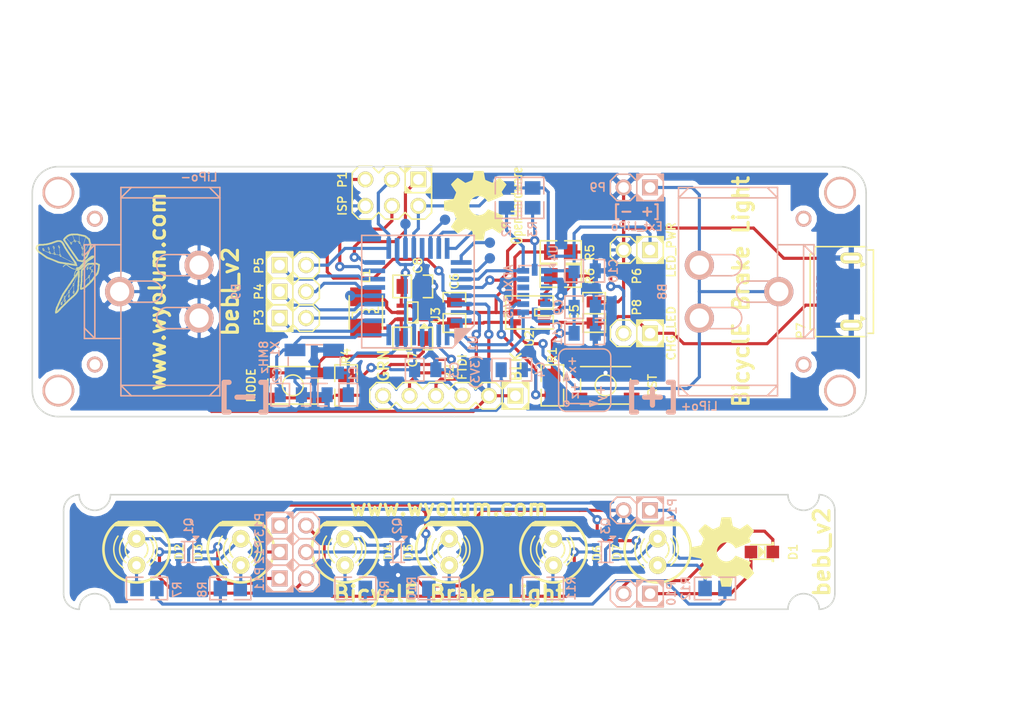
<source format=kicad_pcb>
(kicad_pcb (version 20171130) (host pcbnew 5.0.0-84427f4~65~ubuntu16.04.1)
  (layers (0 F.Cu signal) (31 B.Cu signal) (34 B.Paste user) (35 F.Paste user) (36 B.SilkS user) (37 F.SilkS user) (38 B.Mask user) (39 F.Mask user) (44 Edge.Cuts user))
  (net 0 "")
  (net 1 "Net-(B1-Pad1)")
  (net 2 "Net-(B2-Pad1)")
  (net 3 "Net-(B3-Pad1)")
  (net 4 "Net-(B4-Pad1)")
  (net 5 "Net-(B5-Pad1)")
  (net 6 "Net-(B6-Pad1)")
  (net 7 /BAT)
  (net 8 GND)
  (net 9 /PB6)
  (net 10 /PB7)
  (net 11 +3.3V)
  (net 12 "Net-(C4-Pad1)")
  (net 13 /RESET)
  (net 14 /VUSB)
  (net 15 "Net-(D2-Pad1)")
  (net 16 "Net-(D3-Pad1)")
  (net 17 "Net-(D4-Pad1)")
  (net 18 "Net-(D5-Pad1)")
  (net 19 /L)
  (net 20 /MISO)
  (net 21 /MOSI)
  (net 22 /RXD)
  (net 23 /TXD)
  (net 24 /ACL_INT1)
  (net 25 /ACL_INT2)
  (net 26 /SDA)
  (net 27 /SCL)
  (net 28 /PROG)
  (net 29 /MODE)
  (net 30 "Net-(B7-Pad1)")
  (net 31 "Net-(D1-Pad1)")
  (net 32 "Net-(D2-Pad2)")
  (net 33 "Net-(D3-Pad2)")
  (net 34 "Net-(D4-Pad2)")
  (net 35 "Net-(D5-Pad2)")
  (net 36 "Net-(D6-Pad1)")
  (net 37 "Net-(D6-Pad2)")
  (net 38 "Net-(D7-Pad1)")
  (net 39 "Net-(D7-Pad2)")
  (net 40 /LED_brd/3V3_LED)
  (net 41 "Net-(R5-Pad2)")
  (net 42 /LED_brd/GND_LED)
  (net 43 /LED_brd/LEDK)
  (net 44 /LED_B6)
  (net 45 /LED_P1)
  (net 46 /LED_P2)
  (net 47 /LED_D3)
  (net 48 /LED_P4)
  (net 49 /LED_P5)
  (net 50 /LED_K)
  (net 51 /LED_brd/LEDP1)
  (net 52 /LED_brd/LEDP2)
  (net 53 /LED_brd/LEDD3)
  (net 54 /LED_brd/LEDP4)
  (net 55 /LED_brd/LEDP5)
  (net 56 /LED_brd/LEDB6)
  (module bebl_v2_pretty:pin_strip_2 (layer B.Cu) (at 92 79 180)
    (fp_text reference P10 (at -3.3 0 270) (layer B.SilkS) (effects (font (size 0.8 0.8)) (justify mirror)))
    (fp_text value LED_CHG hide)
    (pad 1 thru_hole rect (at -1.27 0 180) (size 1.524 1.524) (drill 1.016) (layers *.Cu *.Mask B.SilkS) (net 31 "Net-(D1-Pad1)"))
    (pad 2 thru_hole circle (at 1.27 0 180) (size 1.524 1.524) (drill 1.016) (layers *.Cu *.Mask B.SilkS) (net 43 /LED_brd/LEDK))
  )
  (module bebl_v2_pretty:pin_socket_2 (layer F.Cu) (at 92 54 180)
    (fp_text reference P8 (at 0 2.5 270) (layer F.SilkS) (effects (font (size 0.8 0.8))))
    (fp_text value CHG_LED (at -3.3 0 270) (layer F.SilkS) (effects (font (size 0.8 0.8))))
    (pad 1 thru_hole rect (at -1.27 0 180) (size 1.524 1.524) (drill 1.016) (layers *.Cu *.Mask F.SilkS) (net 14 /VUSB))
    (pad 2 thru_hole circle (at 1.27 0 180) (size 1.524 1.524) (drill 1.016) (layers *.Cu *.Mask F.SilkS) (net 50 /LED_K))
  )
  (module bebl_v2_pretty:pin_strip_2 (layer B.Cu) (at 59 75)
    (fp_text reference P12 (at -3.2 0 90) (layer B.SilkS) (effects (font (size 0.8 0.8)) (justify mirror)))
    (fp_text value LED_2 hide)
    (pad 1 thru_hole rect (at -1.27 0) (size 1.524 1.524) (drill 1.016) (layers *.Cu *.Mask B.SilkS) (net 53 /LED_brd/LEDD3))
    (pad 2 thru_hole circle (at 1.27 0) (size 1.524 1.524) (drill 1.016) (layers *.Cu *.Mask B.SilkS) (net 54 /LED_brd/LEDP4))
  )
  (module bebl_v2_pretty:pin_strip_2 (layer B.Cu) (at 92 71 180)
    (fp_text reference P14 (at -3.4 0 270) (layer B.SilkS) (effects (font (size 0.8 0.8)) (justify mirror)))
    (fp_text value LED_PWR hide)
    (pad 1 thru_hole rect (at -1.27 0 180) (size 1.524 1.524) (drill 1.016) (layers *.Cu *.Mask B.SilkS) (net 40 /LED_brd/3V3_LED))
    (pad 2 thru_hole circle (at 1.27 0 180) (size 1.524 1.524) (drill 1.016) (layers *.Cu *.Mask B.SilkS) (net 42 /LED_brd/GND_LED))
  )
  (module bebl_v2_pretty:pin_socket_2 (layer F.Cu) (at 59 50)
    (fp_text reference P4 (at -3.25 0 90) (layer F.SilkS) (effects (font (size 0.8 0.8))))
    (fp_text value LED_2 hide)
    (pad 1 thru_hole rect (at -1.27 0) (size 1.524 1.524) (drill 1.016) (layers *.Cu *.Mask F.SilkS) (net 47 /LED_D3))
    (pad 2 thru_hole circle (at 1.27 0) (size 1.524 1.524) (drill 1.016) (layers *.Cu *.Mask F.SilkS) (net 48 /LED_P4))
  )
  (module bebl_v2_pretty:pin_socket_2 (layer F.Cu) (at 59 52.54)
    (fp_text reference P3 (at -3.25 -0.04 90) (layer F.SilkS) (effects (font (size 0.8 0.8))))
    (fp_text value LED_1 hide)
    (pad 1 thru_hole rect (at -1.27 0) (size 1.524 1.524) (drill 1.016) (layers *.Cu *.Mask F.SilkS) (net 45 /LED_P1))
    (pad 2 thru_hole circle (at 1.27 0) (size 1.524 1.524) (drill 1.016) (layers *.Cu *.Mask F.SilkS) (net 46 /LED_P2))
  )
  (module bebl_v2_pretty:screw_3mm (layer F.Cu) (at 108 57)
    (fp_text reference SC8 hide)
    (fp_text value SCREW hide)
    (pad 1 thru_hole circle (at 0 0) (size 1.524 1.524) (drill 1.016) (layers *.Cu *.Mask B.SilkS))
  )
  (module bebl_v2_pretty:screw_3mm (layer F.Cu) (at 108 43)
    (fp_text reference SC7 hide)
    (fp_text value SCREW hide)
    (pad 1 thru_hole circle (at 0 0) (size 1.524 1.524) (drill 1.016) (layers *.Cu *.Mask B.SilkS))
  )
  (module bebl_v2_pretty:screw_3mm (layer F.Cu) (at 40 43)
    (fp_text reference SC6 hide)
    (fp_text value SCREW hide)
    (pad 1 thru_hole circle (at 0 0) (size 1.524 1.524) (drill 1.016) (layers *.Cu *.Mask B.SilkS))
  )
  (module bebl_v2_pretty:screw_3mm (layer F.Cu) (at 40 57)
    (fp_text reference SC5 hide)
    (fp_text value SCREW hide)
    (pad 1 thru_hole circle (at 0 0) (size 1.524 1.524) (drill 1.016) (layers *.Cu *.Mask B.SilkS))
  )
  (module bebl_v2_pretty:r_0805 (layer B.Cu) (at 53 78.5)
    (fp_text reference R8 (at -2.7 0.1 90) (layer B.SilkS) (effects (font (size 0.8 0.8)) (justify mirror)))
    (fp_text value 22E hide)
    (pad 1 smd rect (at 0.9525 0) (size 1.30048 1.4986) (layers B.Cu B.Paste B.Mask) (net 16 "Net-(D3-Pad1)"))
    (pad 2 smd rect (at -0.9525 0) (size 1.30048 1.4986) (layers B.Cu B.Paste B.Mask) (net 40 /LED_brd/3V3_LED))
  )
  (module bebl_v2_pretty:c_0805 (layer B.Cu) (at 63.3 59.9)
    (fp_text reference C1 (at 1.5 -2 90) (layer B.SilkS) (effects (font (size 0.8 0.8)) (justify mirror)))
    (fp_text value 22p hide)
    (pad 1 smd rect (at 1.016 0) (size 1.0668 1.4224) (layers B.Cu B.Paste B.Mask) (net 9 /PB6))
    (pad 2 smd rect (at -1.016 0) (size 1.0668 1.4224) (layers B.Cu B.Paste B.Mask) (net 8 GND))
  )
  (module bebl_v2_pretty:c_0805 (layer B.Cu) (at 58.8 59.9 180)
    (fp_text reference C2 (at 1.3 1.9 270) (layer B.SilkS) (effects (font (size 0.8 0.8)) (justify mirror)))
    (fp_text value 22p hide)
    (pad 1 smd rect (at 1.016 0 180) (size 1.0668 1.4224) (layers B.Cu B.Paste B.Mask) (net 10 /PB7))
    (pad 2 smd rect (at -1.016 0 180) (size 1.0668 1.4224) (layers B.Cu B.Paste B.Mask) (net 8 GND))
  )
  (module bebl_v2_pretty:c_0805 (layer B.Cu) (at 71.7 57.5 180)
    (fp_text reference C3 (at -2.8 0 270) (layer B.SilkS) (effects (font (size 0.8 0.8)) (justify mirror)))
    (fp_text value 100n hide)
    (pad 1 smd rect (at 1.016 0 180) (size 1.0668 1.4224) (layers B.Cu B.Paste B.Mask) (net 11 +3.3V))
    (pad 2 smd rect (at -1.016 0 180) (size 1.0668 1.4224) (layers B.Cu B.Paste B.Mask) (net 8 GND))
  )
  (module bebl_v2_pretty:c_0805 (layer B.Cu) (at 80 57.5 180)
    (fp_text reference C4 (at -2.75 0 270) (layer B.SilkS) (effects (font (size 0.8 0.8)) (justify mirror)))
    (fp_text value 100n hide)
    (pad 1 smd rect (at 1.016 0 180) (size 1.0668 1.4224) (layers B.Cu B.Paste B.Mask) (net 12 "Net-(C4-Pad1)"))
    (pad 2 smd rect (at -1.016 0 180) (size 1.0668 1.4224) (layers B.Cu B.Paste B.Mask) (net 13 /RESET))
  )
  (module bebl_v2_pretty:c_0805 (layer F.Cu) (at 70.5 54.5 180)
    (fp_text reference C7 (at 0 -2 270) (layer F.SilkS) (effects (font (size 0.8 0.8))))
    (fp_text value 10uF hide)
    (pad 1 smd rect (at 1.016 0 180) (size 1.0668 1.4224) (layers F.Cu F.Paste F.Mask) (net 7 /BAT))
    (pad 2 smd rect (at -1.016 0 180) (size 1.0668 1.4224) (layers F.Cu F.Paste F.Mask) (net 8 GND))
  )
  (module bebl_v2_pretty:c_0805 (layer F.Cu) (at 87.9 52 270)
    (fp_text reference C5 (at 0 1.9 270) (layer F.SilkS) (effects (font (size 0.8 0.8))))
    (fp_text value 4u7 hide)
    (pad 1 smd rect (at 1.016 0 270) (size 1.0668 1.4224) (layers F.Cu F.Paste F.Mask) (net 14 /VUSB))
    (pad 2 smd rect (at -1.016 0 270) (size 1.0668 1.4224) (layers F.Cu F.Paste F.Mask) (net 8 GND))
  )
  (module bebl_v2_pretty:c_0805 (layer B.Cu) (at 87 51.5 180)
    (fp_text reference C9 (at 2.5 0 270) (layer B.SilkS) (effects (font (size 0.8 0.8)) (justify mirror)))
    (fp_text value 10uF hide)
    (pad 1 smd rect (at 1.016 0 180) (size 1.0668 1.4224) (layers B.Cu B.Paste B.Mask) (net 11 +3.3V))
    (pad 2 smd rect (at -1.016 0 180) (size 1.0668 1.4224) (layers B.Cu B.Paste B.Mask) (net 8 GND))
  )
  (module bebl_v2_pretty:c_0805 (layer F.Cu) (at 70.5 49.5 180)
    (fp_text reference C8 (at -0.5 2 270) (layer F.SilkS) (effects (font (size 0.8 0.8))))
    (fp_text value 10uF hide)
    (pad 1 smd rect (at 1.016 0 180) (size 1.0668 1.4224) (layers F.Cu F.Paste F.Mask) (net 11 +3.3V))
    (pad 2 smd rect (at -1.016 0 180) (size 1.0668 1.4224) (layers F.Cu F.Paste F.Mask) (net 8 GND))
  )
  (module bebl_v2_pretty:c_0805 (layer B.Cu) (at 87 54 180)
    (fp_text reference C11 (at 2.6 0 270) (layer B.SilkS) (effects (font (size 0.8 0.8)) (justify mirror)))
    (fp_text value 100nF hide)
    (pad 1 smd rect (at 1.016 0 180) (size 1.0668 1.4224) (layers B.Cu B.Paste B.Mask) (net 11 +3.3V))
    (pad 2 smd rect (at -1.016 0 180) (size 1.0668 1.4224) (layers B.Cu B.Paste B.Mask) (net 8 GND))
  )
  (module bebl_v2_pretty:c_0805 (layer F.Cu) (at 74.5 52 270)
    (fp_text reference C6 (at -3 0 270) (layer F.SilkS) (effects (font (size 0.8 0.8))))
    (fp_text value 4u7 hide)
    (pad 1 smd rect (at 1.016 0 270) (size 1.0668 1.4224) (layers F.Cu F.Paste F.Mask) (net 7 /BAT))
    (pad 2 smd rect (at -1.016 0 270) (size 1.0668 1.4224) (layers F.Cu F.Paste F.Mask) (net 8 GND))
  )
  (module bebl_v2_pretty:c_0805 (layer B.Cu) (at 87 48 180)
    (fp_text reference C10 (at -2.75 0 270) (layer B.SilkS) (effects (font (size 0.8 0.8)) (justify mirror)))
    (fp_text value 100nF hide)
    (pad 1 smd rect (at 1.016 0 180) (size 1.0668 1.4224) (layers B.Cu B.Paste B.Mask) (net 11 +3.3V))
    (pad 2 smd rect (at -1.016 0 180) (size 1.0668 1.4224) (layers B.Cu B.Paste B.Mask) (net 8 GND))
  )
  (module bebl_v2_pretty:LED-5MM (layer F.Cu) (at 94 75 90)
    (fp_text reference D7 (at 0 -3.9 90) (layer F.SilkS) (effects (font (size 0.8 0.8))))
    (fp_text value LED_B hide)
    (pad 1 thru_hole circle (at -1.27 0 90) (size 1.6764 1.6764) (drill 0.8128) (layers *.Cu *.Mask F.SilkS) (net 38 "Net-(D7-Pad1)"))
    (pad 2 thru_hole circle (at 1.27 0 90) (size 1.6764 1.6764) (drill 0.8128) (layers *.Cu *.Mask F.SilkS) (net 39 "Net-(D7-Pad2)"))
  )
  (module bebl_v2_pretty:LED-5MM (layer F.Cu) (at 84 75 90)
    (fp_text reference D6 (at -0.1 4.2 90) (layer F.SilkS) (effects (font (size 0.8 0.8))))
    (fp_text value LED_P hide)
    (pad 1 thru_hole circle (at -1.27 0 90) (size 1.6764 1.6764) (drill 0.8128) (layers *.Cu *.Mask F.SilkS) (net 36 "Net-(D6-Pad1)"))
    (pad 2 thru_hole circle (at 1.27 0 90) (size 1.6764 1.6764) (drill 0.8128) (layers *.Cu *.Mask F.SilkS) (net 37 "Net-(D6-Pad2)"))
  )
  (module bebl_v2_pretty:LED-5MM (layer F.Cu) (at 74 75 90)
    (fp_text reference D5 (at 0 -3.9 90) (layer F.SilkS) (effects (font (size 0.8 0.8))))
    (fp_text value LED_P hide)
    (pad 1 thru_hole circle (at -1.27 0 90) (size 1.6764 1.6764) (drill 0.8128) (layers *.Cu *.Mask F.SilkS) (net 18 "Net-(D5-Pad1)"))
    (pad 2 thru_hole circle (at 1.27 0 90) (size 1.6764 1.6764) (drill 0.8128) (layers *.Cu *.Mask F.SilkS) (net 35 "Net-(D5-Pad2)"))
  )
  (module bebl_v2_pretty:LED-5MM (layer F.Cu) (at 64 75 90)
    (fp_text reference D4 (at 0 4.2 90) (layer F.SilkS) (effects (font (size 0.8 0.8))))
    (fp_text value LED_D hide)
    (pad 1 thru_hole circle (at -1.27 0 90) (size 1.6764 1.6764) (drill 0.8128) (layers *.Cu *.Mask F.SilkS) (net 17 "Net-(D4-Pad1)"))
    (pad 2 thru_hole circle (at 1.27 0 90) (size 1.6764 1.6764) (drill 0.8128) (layers *.Cu *.Mask F.SilkS) (net 34 "Net-(D4-Pad2)"))
  )
  (module bebl_v2_pretty:LED-5MM (layer F.Cu) (at 54 75 90)
    (fp_text reference D3 (at 0 -4.1 90) (layer F.SilkS) (effects (font (size 0.8 0.8))))
    (fp_text value LED_P hide)
    (pad 1 thru_hole circle (at -1.27 0 90) (size 1.6764 1.6764) (drill 0.8128) (layers *.Cu *.Mask F.SilkS) (net 16 "Net-(D3-Pad1)"))
    (pad 2 thru_hole circle (at 1.27 0 90) (size 1.6764 1.6764) (drill 0.8128) (layers *.Cu *.Mask F.SilkS) (net 33 "Net-(D3-Pad2)"))
  )
  (module bebl_v2_pretty:LED-5MM (layer F.Cu) (at 44 75 90)
    (fp_text reference D2 (at 0 4.1 90) (layer F.SilkS) (effects (font (size 0.8 0.8))))
    (fp_text value LED_P hide)
    (pad 1 thru_hole circle (at -1.27 0 90) (size 1.6764 1.6764) (drill 0.8128) (layers *.Cu *.Mask F.SilkS) (net 15 "Net-(D2-Pad1)"))
    (pad 2 thru_hole circle (at 1.27 0 90) (size 1.6764 1.6764) (drill 0.8128) (layers *.Cu *.Mask F.SilkS) (net 32 "Net-(D2-Pad2)"))
  )
  (module bebl_v2_pretty:LED-0805 (layer F.Cu) (at 104 75)
    (fp_text reference D1 (at 3 0 90) (layer F.SilkS) (effects (font (size 0.8 0.8))))
    (fp_text value CHG hide)
    (pad 1 smd rect (at -1.05 0) (size 1.2 1.2) (layers F.Cu F.Paste F.Mask) (net 31 "Net-(D1-Pad1)"))
    (pad 2 smd rect (at 1.05 0) (size 1.2 1.2) (layers F.Cu F.Paste F.Mask) (net 43 /LED_brd/LEDK))
  )
  (module bebl_v2_pretty:Inductor_LQH3NPN (layer F.Cu) (at 66 52 90)
    (fp_text reference L1 (at 3.5 0 90) (layer F.SilkS) (effects (font (size 0.8 0.8))))
    (fp_text value 4u7 hide)
    (pad 1 smd rect (at -1.5 0 90) (size 1.8 3) (layers F.Cu F.Paste F.Mask) (net 7 /BAT))
    (pad 2 smd rect (at 1.5 0 90) (size 1.8 3) (layers F.Cu F.Paste F.Mask) (net 19 /L))
  )
  (module bebl_v2_pretty:PIN_ARRAY-6X1 (layer F.Cu) (at 74 60 180)
    (fp_text reference P2 (at 0 2.25 270) (layer F.SilkS) (effects (font (size 0.8 0.8))))
    (fp_text value FTDI (at -1.25 2.75 270) (layer F.SilkS) (effects (font (size 0.8 0.8))))
    (pad 1 thru_hole rect (at -6.35 0 180) (size 1.524 1.524) (drill 1.016) (layers *.Cu *.Mask F.SilkS) (net 8 GND))
    (pad 2 thru_hole circle (at -3.81 0 180) (size 1.524 1.524) (drill 1.016) (layers *.Cu *.Mask F.SilkS) (net 8 GND))
    (pad 3 thru_hole circle (at -1.27 0 180) (size 1.524 1.524) (drill 1.016) (layers *.Cu *.Mask F.SilkS) (net 11 +3.3V))
    (pad 4 thru_hole circle (at 1.27 0 180) (size 1.524 1.524) (drill 1.016) (layers *.Cu *.Mask F.SilkS) (net 22 /RXD))
    (pad 5 thru_hole circle (at 3.81 0 180) (size 1.524 1.524) (drill 1.016) (layers *.Cu *.Mask F.SilkS) (net 23 /TXD))
    (pad 6 thru_hole circle (at 6.35 0 180) (size 1.524 1.524) (drill 1.016) (layers *.Cu *.Mask F.SilkS) (net 12 "Net-(C4-Pad1)"))
  )
  (module bebl_v2_pretty:r_0805 (layer F.Cu) (at 64.1 59 90)
    (fp_text reference R4 (at 2.8 0 90) (layer F.SilkS) (effects (font (size 0.8 0.8))))
    (fp_text value 10k hide)
    (pad 1 smd rect (at 0.9525 0 90) (size 1.30048 1.4986) (layers F.Cu F.Paste F.Mask) (net 11 +3.3V))
    (pad 2 smd rect (at -0.9525 0 90) (size 1.30048 1.4986) (layers F.Cu F.Paste F.Mask) (net 29 /MODE))
  )
  (module bebl_v2_pretty:r_0805 (layer B.Cu) (at 79.5 41 90)
    (fp_text reference R2 (at -3 0 270) (layer B.SilkS) (effects (font (size 0.8 0.8)) (justify mirror)))
    (fp_text value 10k hide)
    (pad 1 smd rect (at 0.9525 0 90) (size 1.30048 1.4986) (layers B.Cu B.Paste B.Mask) (net 11 +3.3V))
    (pad 2 smd rect (at -0.9525 0 90) (size 1.30048 1.4986) (layers B.Cu B.Paste B.Mask) (net 26 /SDA))
  )
  (module bebl_v2_pretty:r_0805 (layer B.Cu) (at 82 41 90)
    (fp_text reference R3 (at -3 0 270) (layer B.SilkS) (effects (font (size 0.8 0.8)) (justify mirror)))
    (fp_text value 10k hide)
    (pad 1 smd rect (at 0.9525 0 90) (size 1.30048 1.4986) (layers B.Cu B.Paste B.Mask) (net 11 +3.3V))
    (pad 2 smd rect (at -0.9525 0 90) (size 1.30048 1.4986) (layers B.Cu B.Paste B.Mask) (net 27 /SCL))
  )
  (module bebl_v2_pretty:r_0805 (layer F.Cu) (at 84.7 46.2)
    (fp_text reference R5 (at 2.8 0.05 90) (layer F.SilkS) (effects (font (size 0.8 0.8))))
    (fp_text value 150E hide)
    (pad 1 smd rect (at 0.9525 0) (size 1.30048 1.4986) (layers F.Cu F.Paste F.Mask) (net 50 /LED_K))
    (pad 2 smd rect (at -0.9525 0) (size 1.30048 1.4986) (layers F.Cu F.Paste F.Mask) (net 41 "Net-(R5-Pad2)"))
  )
  (module bebl_v2_pretty:r_0805 (layer F.Cu) (at 84.7 48.5)
    (fp_text reference R6 (at 2.8 0 90) (layer F.SilkS) (effects (font (size 0.8 0.8))))
    (fp_text value 2k hide)
    (pad 1 smd rect (at 0.9525 0) (size 1.30048 1.4986) (layers F.Cu F.Paste F.Mask) (net 8 GND))
    (pad 2 smd rect (at -0.9525 0) (size 1.30048 1.4986) (layers F.Cu F.Paste F.Mask) (net 28 /PROG))
  )
  (module bebl_v2_pretty:screw_3mm (layer F.Cu) (at 36.5 59.5)
    (fp_text reference SC1 hide)
    (fp_text value SCREW hide)
    (pad 1 thru_hole circle (at 0 0) (size 3.048 3.048) (drill 2.54) (layers *.Cu *.SilkS *.Mask))
  )
  (module bebl_v2_pretty:screw_3mm (layer F.Cu) (at 111.5 40.5)
    (fp_text reference SC2 hide)
    (fp_text value SCREW hide)
    (pad 1 thru_hole circle (at 0 0) (size 3.048 3.048) (drill 2.54) (layers *.Cu *.SilkS *.Mask))
  )
  (module bebl_v2_pretty:screw_3mm (layer F.Cu) (at 111.5 59.5)
    (fp_text reference SC3 hide)
    (fp_text value SCREW hide)
    (pad 1 thru_hole circle (at 0 0) (size 3.048 3.048) (drill 2.54) (layers *.Cu *.SilkS *.Mask))
  )
  (module bebl_v2_pretty:screw_3mm (layer F.Cu) (at 36.5 40.5)
    (fp_text reference SC4 hide)
    (fp_text value SCREW hide)
    (pad 1 thru_hole circle (at 0 0) (size 3.048 3.048) (drill 2.54) (layers *.Cu *.SilkS *.Mask))
  )
  (module bebl_v2_pretty:Switch_SMT (layer F.Cu) (at 89 59)
    (fp_text reference SW1 hide)
    (fp_text value RST (at 4.5 0 90) (layer F.SilkS) (effects (font (size 0.8 0.8))))
    (pad 1 smd rect (at 2.5 -1.2) (size 1.5 1) (layers F.Cu F.Paste F.Mask) (net 8 GND))
    (pad 2 smd rect (at 2.5 1.2) (size 1.5 1) (layers F.Cu F.Paste F.Mask) (net 13 /RESET))
    (pad 1 smd rect (at -2.5 -1.2) (size 1.5 1) (layers F.Cu F.Paste F.Mask) (net 8 GND))
    (pad 2 smd rect (at -2.5 1.2) (size 1.5 1) (layers F.Cu F.Paste F.Mask) (net 13 /RESET))
  )
  (module bebl_v2_pretty:TQFP32 (layer B.Cu) (at 71 50 90)
    (fp_text reference U1 (at -5 5.25 90) (layer B.SilkS) (effects (font (size 0.8 0.8)) (justify mirror)))
    (fp_text value ATMEGA328 hide)
    (pad 8 smd rect (at -4.15036 -2.79908 90) (size 1.99898 0.44958) (layers B.Cu B.Paste B.Mask) (net 10 /PB7) (clearance 0.127))
    (pad 7 smd rect (at -4.15036 -1.99898 90) (size 1.99898 0.44958) (layers B.Cu B.Paste B.Mask) (net 9 /PB6) (clearance 0.14986))
    (pad 6 smd rect (at -4.15036 -1.19888 90) (size 1.99898 0.44958) (layers B.Cu B.Paste B.Mask) (net 11 +3.3V) (clearance 0.14986))
    (pad 5 smd rect (at -4.15036 -0.39878 90) (size 1.99898 0.44958) (layers B.Cu B.Paste B.Mask) (net 8 GND) (clearance 0.14986))
    (pad 4 smd rect (at -4.15036 0.39878 90) (size 1.99898 0.44958) (layers B.Cu B.Paste B.Mask) (net 11 +3.3V) (clearance 0.14986))
    (pad 3 smd rect (at -4.15036 1.19888 90) (size 1.99898 0.44958) (layers B.Cu B.Paste B.Mask) (net 8 GND) (clearance 0.14986))
    (pad 2 smd rect (at -4.15036 1.99898 90) (size 1.99898 0.44958) (layers B.Cu B.Paste B.Mask) (net 29 /MODE) (clearance 0.14986))
    (pad 1 smd rect (at -4.15036 2.79908 90) (size 1.99898 0.44958) (layers B.Cu B.Paste B.Mask) (net 24 /ACL_INT1) (clearance 0.127))
    (pad 24 smd rect (at 4.15036 2.79908 90) (size 1.99898 0.44958) (layers B.Cu B.Paste B.Mask) (net 2 "Net-(B2-Pad1)") (clearance 0.127))
    (pad 17 smd rect (at 4.15036 -2.79908 90) (size 1.99898 0.44958) (layers B.Cu B.Paste B.Mask) (net 44 /LED_B6) (clearance 0.127))
    (pad 18 smd rect (at 4.15036 -1.99898 90) (size 1.99898 0.44958) (layers B.Cu B.Paste B.Mask) (net 11 +3.3V) (clearance 0.14986))
    (pad 19 smd rect (at 4.15036 -1.19888 90) (size 1.99898 0.44958) (layers B.Cu B.Paste B.Mask) (net 5 "Net-(B5-Pad1)") (clearance 0.14986))
    (pad 20 smd rect (at 4.15036 -0.39878 90) (size 1.99898 0.44958) (layers B.Cu B.Paste B.Mask) (net 11 +3.3V) (clearance 0.14986))
    (pad 21 smd rect (at 4.15036 0.39878 90) (size 1.99898 0.44958) (layers B.Cu B.Paste B.Mask) (net 8 GND) (clearance 0.14986))
    (pad 22 smd rect (at 4.15036 1.19888 90) (size 1.99898 0.44958) (layers B.Cu B.Paste B.Mask) (net 6 "Net-(B6-Pad1)") (clearance 0.14986))
    (pad 23 smd rect (at 4.15036 1.99898 90) (size 1.99898 0.44958) (layers B.Cu B.Paste B.Mask) (net 1 "Net-(B1-Pad1)") (clearance 0.14986))
    (pad 32 smd rect (at -2.79908 4.15036) (size 1.99898 0.44958) (layers B.Cu B.Paste B.Mask) (net 25 /ACL_INT2) (clearance 0.127))
    (pad 31 smd rect (at -1.99898 4.15036) (size 1.99898 0.44958) (layers B.Cu B.Paste B.Mask) (net 23 /TXD) (clearance 0.14986))
    (pad 30 smd rect (at -1.19888 4.15036) (size 1.99898 0.44958) (layers B.Cu B.Paste B.Mask) (net 22 /RXD) (clearance 0.14986))
    (pad 29 smd rect (at -0.39878 4.15036) (size 1.99898 0.44958) (layers B.Cu B.Paste B.Mask) (net 13 /RESET) (clearance 0.14986))
    (pad 28 smd rect (at 0.39878 4.15036) (size 1.99898 0.44958) (layers B.Cu B.Paste B.Mask) (net 27 /SCL) (clearance 0.14986))
    (pad 27 smd rect (at 1.19888 4.15036) (size 1.99898 0.44958) (layers B.Cu B.Paste B.Mask) (net 26 /SDA) (clearance 0.14986))
    (pad 26 smd rect (at 1.99898 4.15036) (size 1.99898 0.44958) (layers B.Cu B.Paste B.Mask) (net 4 "Net-(B4-Pad1)") (clearance 0.14986))
    (pad 25 smd rect (at 2.79908 4.15036) (size 1.99898 0.44958) (layers B.Cu B.Paste B.Mask) (net 3 "Net-(B3-Pad1)") (clearance 0.127))
    (pad 9 smd rect (at -2.79908 -4.15036) (size 1.99898 0.44958) (layers B.Cu B.Paste B.Mask) (net 45 /LED_P1) (clearance 0.127))
    (pad 10 smd rect (at -1.99898 -4.15036) (size 1.99898 0.44958) (layers B.Cu B.Paste B.Mask) (net 46 /LED_P2) (clearance 0.14986))
    (pad 11 smd rect (at -1.19888 -4.15036) (size 1.99898 0.44958) (layers B.Cu B.Paste B.Mask) (net 47 /LED_D3) (clearance 0.14986))
    (pad 12 smd rect (at -0.39878 -4.15036) (size 1.99898 0.44958) (layers B.Cu B.Paste B.Mask) (net 30 "Net-(B7-Pad1)") (clearance 0.14986))
    (pad 13 smd rect (at 0.39878 -4.15036) (size 1.99898 0.44958) (layers B.Cu B.Paste B.Mask) (net 48 /LED_P4) (clearance 0.14986))
    (pad 14 smd rect (at 1.19888 -4.15036) (size 1.99898 0.44958) (layers B.Cu B.Paste B.Mask) (net 49 /LED_P5) (clearance 0.14986))
    (pad 15 smd rect (at 1.99898 -4.15036) (size 1.99898 0.44958) (layers B.Cu B.Paste B.Mask) (net 21 /MOSI) (clearance 0.14986))
    (pad 16 smd rect (at 2.79908 -4.15036) (size 1.99898 0.44958) (layers B.Cu B.Paste B.Mask) (net 20 /MISO) (clearance 0.127))
  )
  (module bebl_v2_pretty:ADXL345 (layer B.Cu) (at 82.2 50 180)
    (fp_text reference U4 (at -1.8 3.7 270) (layer B.SilkS) (effects (font (size 0.8 0.8)) (justify mirror)))
    (fp_text value ADXL345 (at 2.5 0 270) (layer B.SilkS) (effects (font (size 0.8 0.8)) (justify mirror)))
    (pad 6 smd rect (at -1.1 -2 180) (size 1.145 0.55) (layers B.Cu B.Paste B.Mask) (net 11 +3.3V) (clearance 0.1))
    (pad 5 smd rect (at -1.1 -1.2 180) (size 1.145 0.55) (layers B.Cu B.Paste B.Mask) (net 8 GND) (clearance 0.1))
    (pad 1 smd rect (at -1.1 2 180) (size 1.145 0.55) (layers B.Cu B.Paste B.Mask) (net 11 +3.3V) (clearance 0.1))
    (pad 2 smd rect (at -1.1 1.2 180) (size 1.145 0.55) (layers B.Cu B.Paste B.Mask) (net 8 GND) (clearance 0.1))
    (pad 3 smd rect (at -1.1 0.4 180) (size 1.145 0.55) (layers B.Cu B.Paste B.Mask) (clearance 0.1))
    (pad 4 smd rect (at -1.1 -0.4 180) (size 1.145 0.55) (layers B.Cu B.Paste B.Mask) (net 8 GND) (clearance 0.1))
    (pad 10 smd rect (at 1.1 -0.4 180) (size 1.145 0.55) (layers B.Cu B.Paste B.Mask) (clearance 0.1))
    (pad 11 smd rect (at 1.1 0.4 180) (size 1.145 0.55) (layers B.Cu B.Paste B.Mask) (clearance 0.1))
    (pad 12 smd rect (at 1.1 1.2 180) (size 1.145 0.55) (layers B.Cu B.Paste B.Mask) (net 8 GND) (clearance 0.1))
    (pad 13 smd rect (at 1.1 2 180) (size 1.145 0.55) (layers B.Cu B.Paste B.Mask) (net 26 /SDA) (clearance 0.1))
    (pad 9 smd rect (at 1.1 -1.2 180) (size 1.145 0.55) (layers B.Cu B.Paste B.Mask) (net 25 /ACL_INT2) (clearance 0.1))
    (pad 8 smd rect (at 1.1 -2 180) (size 1.145 0.55) (layers B.Cu B.Paste B.Mask) (net 24 /ACL_INT1) (clearance 0.1))
    (pad 7 smd rect (at 0 -2.1 180) (size 0.55 1.145) (layers B.Cu B.Paste B.Mask) (net 11 +3.3V) (clearance 0.1))
    (pad 14 smd rect (at 0 2.1 180) (size 0.55 1.145) (layers B.Cu B.Paste B.Mask) (net 27 /SCL) (clearance 0.1))
  )
  (module bebl_v2_pretty:SOT23-6_LDO (layer F.Cu) (at 70.5 52 90)
    (fp_text reference U3 (at -0.3 2.2 90) (layer F.SilkS) (effects (font (size 0.8 0.8))))
    (fp_text value TPS61221DCK hide)
    (pad 1 smd rect (at -0.65 1.1 90) (size 0.4 0.9) (layers F.Cu F.Paste F.Mask) (net 7 /BAT) (clearance 0.1))
    (pad 3 smd rect (at 0.65 1.1 90) (size 0.4 0.9) (layers F.Cu F.Paste F.Mask) (net 8 GND) (clearance 0.1))
    (pad 2 smd rect (at 0 1.1 90) (size 0.4 0.9) (layers F.Cu F.Paste F.Mask) (net 11 +3.3V) (clearance 0.1))
    (pad 4 smd rect (at 0.65 -1.1 90) (size 0.4 0.9) (layers F.Cu F.Paste F.Mask) (net 11 +3.3V) (clearance 0.1))
    (pad 5 smd rect (at 0 -1.1 90) (size 0.4 0.9) (layers F.Cu F.Paste F.Mask) (net 19 /L) (clearance 0.1))
    (pad 6 smd rect (at -0.65 -1.1 90) (size 0.4 0.9) (layers F.Cu F.Paste F.Mask) (net 7 /BAT) (clearance 0.1))
  )
  (module bebl_v2_pretty:Xtal_SMD4 (layer B.Cu) (at 61.05 56.7 180)
    (fp_text reference X1 (at 3.75 1.2 90) (layer B.SilkS) (effects (font (size 0.8 0.8)) (justify mirror)))
    (fp_text value 8MHz (at 4.85 0.4 270) (layer B.SilkS) (effects (font (size 0.8 0.8)) (justify mirror)))
    (pad 1 smd rect (at -1.85 -1.1 180) (size 2 1.2) (layers B.Cu B.Paste B.Mask) (net 9 /PB6))
    (pad 2 smd rect (at 1.85 1.1 180) (size 2 1.2) (layers B.Cu B.Paste B.Mask) (net 10 /PB7))
    (pad 3 smd rect (at -1.85 1.1 180) (size 2 1.2) (layers B.Cu B.Paste B.Mask) (net 8 GND))
    (pad 3 smd rect (at 1.85 -1.1 180) (size 2 1.2) (layers B.Cu B.Paste B.Mask) (net 8 GND))
  )
  (module bebl_v2_pretty:breakout_smd (layer B.Cu) (at 75.1 43.1)
    (fp_text reference B1 hide)
    (fp_text value I/O hide)
    (pad 1 smd circle (at 0 0) (size 1 1) (layers B.Cu B.Paste B.Mask) (net 1 "Net-(B1-Pad1)"))
  )
  (module bebl_v2_pretty:breakout_smd (layer B.Cu) (at 76.6 43.1)
    (fp_text reference B2 hide)
    (fp_text value I/O hide)
    (pad 1 smd circle (at 0 0) (size 1 1) (layers B.Cu B.Paste B.Mask) (net 2 "Net-(B2-Pad1)"))
  )
  (module bebl_v2_pretty:breakout_smd (layer B.Cu) (at 77.9 45.3)
    (fp_text reference B3 hide)
    (fp_text value I/O hide)
    (pad 1 smd circle (at 0 0) (size 1 1) (layers B.Cu B.Paste B.Mask) (net 3 "Net-(B3-Pad1)"))
  )
  (module bebl_v2_pretty:breakout_smd (layer B.Cu) (at 77.9 46.8)
    (fp_text reference B4 hide)
    (fp_text value I/O hide)
    (pad 1 smd circle (at 0 0) (size 1 1) (layers B.Cu B.Paste B.Mask) (net 4 "Net-(B4-Pad1)"))
  )
  (module bebl_v2_pretty:breakout_smd (layer B.Cu) (at 69.8 43.5)
    (fp_text reference B5 hide)
    (fp_text value I/O hide)
    (pad 1 smd circle (at 0 0) (size 1 1) (layers B.Cu B.Paste B.Mask) (net 5 "Net-(B5-Pad1)"))
  )
  (module bebl_v2_pretty:breakout_smd (layer B.Cu) (at 73.6 43.1)
    (fp_text reference B6 hide)
    (fp_text value I/O hide)
    (pad 1 smd circle (at 0 0) (size 1 1) (layers B.Cu B.Paste B.Mask) (net 6 "Net-(B6-Pad1)"))
  )
  (module bebl_v2_pretty:Header_3x2_ISP (layer F.Cu) (at 68.5 40.5 180)
    (fp_text reference P1 (at 4.75 1.25 90) (layer F.SilkS) (effects (font (size 0.8 0.8))))
    (fp_text value ISP (at 4.75 -1.25 90) (layer F.SilkS) (effects (font (size 0.8 0.8))))
    (pad 1 thru_hole rect (at -2.54 1.27 180) (size 1.524 1.524) (drill 1.016) (layers *.Cu *.Mask F.SilkS) (net 20 /MISO))
    (pad 2 thru_hole circle (at -2.54 -1.27 180) (size 1.524 1.524) (drill 1.016) (layers *.Cu *.Mask F.SilkS) (net 11 +3.3V))
    (pad 3 thru_hole circle (at 0 1.27 180) (size 1.524 1.524) (drill 1.016) (layers *.Cu *.Mask F.SilkS) (net 44 /LED_B6))
    (pad 4 thru_hole circle (at 0 -1.27 180) (size 1.524 1.524) (drill 1.016) (layers *.Cu *.Mask F.SilkS) (net 21 /MOSI))
    (pad 5 thru_hole circle (at 2.54 1.27 180) (size 1.524 1.524) (drill 1.016) (layers *.Cu *.Mask F.SilkS) (net 13 /RESET))
    (pad 6 thru_hole circle (at 2.54 -1.27 180) (size 1.524 1.524) (drill 1.016) (layers *.Cu *.Mask F.SilkS) (net 8 GND))
  )
  (module bebl_v2_pretty:breakout_smd (layer B.Cu) (at 64.5 50.4)
    (fp_text reference B7 hide)
    (fp_text value I/O hide)
    (pad 1 smd circle (at 0 0) (size 1 1) (layers B.Cu B.Paste B.Mask) (net 30 "Net-(B7-Pad1)"))
  )
  (module bebl_v2_pretty:pin_socket_2 (layer F.Cu) (at 59 47.46)
    (fp_text reference P5 (at -3.25 0.04 90) (layer F.SilkS) (effects (font (size 0.8 0.8))))
    (fp_text value LED_3 hide)
    (pad 1 thru_hole rect (at -1.27 0) (size 1.524 1.524) (drill 1.016) (layers *.Cu *.Mask F.SilkS) (net 49 /LED_P5))
    (pad 2 thru_hole circle (at 1.27 0) (size 1.524 1.524) (drill 1.016) (layers *.Cu *.Mask F.SilkS) (net 44 /LED_B6))
  )
  (module bebl_v2_pretty:pin_socket_2 (layer F.Cu) (at 92 46 180)
    (fp_text reference P6 (at 0 -2.5 270) (layer F.SilkS) (effects (font (size 0.8 0.8))))
    (fp_text value LED_PWR (at -3.3 0 270) (layer F.SilkS) (effects (font (size 0.8 0.8))))
    (pad 1 thru_hole rect (at -1.27 0 180) (size 1.524 1.524) (drill 1.016) (layers *.Cu *.Mask F.SilkS) (net 11 +3.3V))
    (pad 2 thru_hole circle (at 1.27 0 180) (size 1.524 1.524) (drill 1.016) (layers *.Cu *.Mask F.SilkS) (net 8 GND))
  )
  (module bebl_v2_pretty:pin_socket_2 (layer B.Cu) (at 92 40 180)
    (fp_text reference P9 (at 3.75 0 180) (layer B.SilkS) (effects (font (size 0.8 0.8)) (justify mirror)))
    (fp_text value Ext_LiPo (at 0 -3.75 180) (layer B.SilkS) (effects (font (size 0.8 0.8)) (justify mirror)))
    (pad 1 thru_hole rect (at -1.27 0 180) (size 1.524 1.524) (drill 1.016) (layers *.Cu *.Mask B.SilkS) (net 7 /BAT))
    (pad 2 thru_hole circle (at 1.27 0 180) (size 1.524 1.524) (drill 1.016) (layers *.Cu *.Mask B.SilkS) (net 8 GND))
  )
  (module bebl_v2_pretty:pin_strip_2 (layer B.Cu) (at 59 72.46)
    (fp_text reference P13 (at -3.2 -0.06 90) (layer B.SilkS) (effects (font (size 0.8 0.8)) (justify mirror)))
    (fp_text value LED_3 hide)
    (pad 1 thru_hole rect (at -1.27 0) (size 1.524 1.524) (drill 1.016) (layers *.Cu *.Mask B.SilkS) (net 55 /LED_brd/LEDP5))
    (pad 2 thru_hole circle (at 1.27 0) (size 1.524 1.524) (drill 1.016) (layers *.Cu *.Mask B.SilkS) (net 56 /LED_brd/LEDB6))
  )
  (module bebl_v2_pretty:pin_strip_2 (layer B.Cu) (at 59 77.54)
    (fp_text reference P11 (at -3.2 0.06 90) (layer B.SilkS) (effects (font (size 0.8 0.8)) (justify mirror)))
    (fp_text value LED_1 hide)
    (pad 1 thru_hole rect (at -1.27 0) (size 1.524 1.524) (drill 1.016) (layers *.Cu *.Mask B.SilkS) (net 51 /LED_brd/LEDP1))
    (pad 2 thru_hole circle (at 1.27 0) (size 1.524 1.524) (drill 1.016) (layers *.Cu *.Mask B.SilkS) (net 52 /LED_brd/LEDP2))
  )
  (module bebl_v2_pretty:r_0805 (layer F.Cu) (at 83.9 59 90)
    (fp_text reference R1 (at 2.9 0 90) (layer F.SilkS) (effects (font (size 0.8 0.8))))
    (fp_text value 10k hide)
    (pad 1 smd rect (at 0.9525 0 90) (size 1.30048 1.4986) (layers F.Cu F.Paste F.Mask) (net 11 +3.3V))
    (pad 2 smd rect (at -0.9525 0 90) (size 1.30048 1.4986) (layers F.Cu F.Paste F.Mask) (net 13 /RESET))
  )
  (module bebl_v2_pretty:r_0805 (layer B.Cu) (at 45 78.5 180)
    (fp_text reference R7 (at -2.9 -0.1 270) (layer B.SilkS) (effects (font (size 0.8 0.8)) (justify mirror)))
    (fp_text value 22E hide)
    (pad 1 smd rect (at 0.9525 0 180) (size 1.30048 1.4986) (layers B.Cu B.Paste B.Mask) (net 15 "Net-(D2-Pad1)"))
    (pad 2 smd rect (at -0.9525 0 180) (size 1.30048 1.4986) (layers B.Cu B.Paste B.Mask) (net 40 /LED_brd/3V3_LED))
  )
  (module bebl_v2_pretty:r_0805 (layer B.Cu) (at 65 78.5 180)
    (fp_text reference R9 (at -2.8 0 270) (layer B.SilkS) (effects (font (size 0.8 0.8)) (justify mirror)))
    (fp_text value 22E hide)
    (pad 1 smd rect (at 0.9525 0 180) (size 1.30048 1.4986) (layers B.Cu B.Paste B.Mask) (net 17 "Net-(D4-Pad1)"))
    (pad 2 smd rect (at -0.9525 0 180) (size 1.30048 1.4986) (layers B.Cu B.Paste B.Mask) (net 40 /LED_brd/3V3_LED))
  )
  (module bebl_v2_pretty:r_0805 (layer B.Cu) (at 73 78.5)
    (fp_text reference R10 (at -2.6 0 90) (layer B.SilkS) (effects (font (size 0.8 0.8)) (justify mirror)))
    (fp_text value 22E hide)
    (pad 1 smd rect (at 0.9525 0) (size 1.30048 1.4986) (layers B.Cu B.Paste B.Mask) (net 18 "Net-(D5-Pad1)"))
    (pad 2 smd rect (at -0.9525 0) (size 1.30048 1.4986) (layers B.Cu B.Paste B.Mask) (net 40 /LED_brd/3V3_LED))
  )
  (module bebl_v2_pretty:r_0805 (layer B.Cu) (at 83 78.5)
    (fp_text reference R11 (at 2.7 0 90) (layer B.SilkS) (effects (font (size 0.8 0.8)) (justify mirror)))
    (fp_text value 22E hide)
    (pad 1 smd rect (at 0.9525 0) (size 1.30048 1.4986) (layers B.Cu B.Paste B.Mask) (net 36 "Net-(D6-Pad1)"))
    (pad 2 smd rect (at -0.9525 0) (size 1.30048 1.4986) (layers B.Cu B.Paste B.Mask) (net 40 /LED_brd/3V3_LED))
  )
  (module bebl_v2_pretty:r_0805 (layer B.Cu) (at 99.5 78.5 180)
    (fp_text reference R12 (at 2.8 0 270) (layer B.SilkS) (effects (font (size 0.8 0.8)) (justify mirror)))
    (fp_text value 22E hide)
    (pad 1 smd rect (at 0.9525 0 180) (size 1.30048 1.4986) (layers B.Cu B.Paste B.Mask) (net 38 "Net-(D7-Pad1)"))
    (pad 2 smd rect (at -0.9525 0 180) (size 1.30048 1.4986) (layers B.Cu B.Paste B.Mask) (net 40 /LED_brd/3V3_LED))
  )
  (module bebl_v2_pretty:Switch_SMT (layer F.Cu) (at 59 59)
    (fp_text reference SW2 hide)
    (fp_text value MODE (at -4 0 90) (layer F.SilkS) (effects (font (size 0.8 0.8))))
    (pad 1 smd rect (at 2.5 -1.2) (size 1.5 1) (layers F.Cu F.Paste F.Mask) (net 8 GND))
    (pad 2 smd rect (at 2.5 1.2) (size 1.5 1) (layers F.Cu F.Paste F.Mask) (net 29 /MODE))
    (pad 1 smd rect (at -2.5 -1.2) (size 1.5 1) (layers F.Cu F.Paste F.Mask) (net 8 GND))
    (pad 2 smd rect (at -2.5 1.2) (size 1.5 1) (layers F.Cu F.Paste F.Mask) (net 29 /MODE))
  )
  (module bebl_v2_legacy:OSHW_6mm (layer F.Cu) (at 76.5 41.75 90)
    (fp_text reference G*** hide)
    (fp_text value LOGO hide)
  )
  (module bebl_v2_legacy:OSHW_6mm (layer F.Cu) (at 100.25 75 90)
    (fp_text reference G*** hide)
    (fp_text value LOGO hide)
  )
  (module bebl_v2_legacy:Logo-WL3 (layer F.Cu) (at 33.75 53.25 90)
    (fp_text reference G1 hide)
    (fp_text value Logo-WL3 hide)
  )
  (module bebl_v2_pretty:SOT23-5 (layer F.Cu) (at 81.7 52 270)
    (fp_text reference U2 (at 2.5 0 270) (layer F.SilkS) (effects (font (size 0.8 0.8))))
    (fp_text value MCP73831 hide)
    (pad 1 smd rect (at -0.95 1.4 270) (size 0.6 1.15) (layers F.Cu F.Paste F.Mask) (net 41 "Net-(R5-Pad2)"))
    (pad 3 smd rect (at 0.95 1.4 270) (size 0.6 1.15) (layers F.Cu F.Paste F.Mask) (net 7 /BAT))
    (pad 2 smd rect (at 0 1.4 270) (size 0.6 1.15) (layers F.Cu F.Paste F.Mask) (net 8 GND))
    (pad 4 smd rect (at 0.95 -1.4 270) (size 0.6 1.15) (layers F.Cu F.Paste F.Mask) (net 14 /VUSB))
    (pad 5 smd rect (at -0.95 -1.4 270) (size 0.6 1.15) (layers F.Cu F.Paste F.Mask) (net 28 /PROG))
  )
  (module bebl_v2_pretty:SOT363 (layer B.Cu) (at 49 75 270)
    (fp_text reference Q1 (at -2.5 0 270) (layer B.SilkS) (effects (font (size 0.8 0.8)) (justify mirror)))
    (fp_text value BC847BDW1T1G hide)
    (pad 1 smd rect (at -0.65 -0.95 270) (size 0.4 0.7) (layers B.Cu B.Paste B.Mask) (net 42 /LED_brd/GND_LED) (clearance 0.1))
    (pad 3 smd rect (at 0.65 -0.95 270) (size 0.4 0.7) (layers B.Cu B.Paste B.Mask) (net 33 "Net-(D3-Pad2)") (clearance 0.1))
    (pad 2 smd rect (at 0 -0.95 270) (size 0.4 0.7) (layers B.Cu B.Paste B.Mask) (net 51 /LED_brd/LEDP1) (clearance 0.1))
    (pad 4 smd rect (at 0.65 0.95 270) (size 0.4 0.7) (layers B.Cu B.Paste B.Mask) (net 42 /LED_brd/GND_LED) (clearance 0.1))
    (pad 5 smd rect (at 0 0.95 270) (size 0.4 0.7) (layers B.Cu B.Paste B.Mask) (net 52 /LED_brd/LEDP2) (clearance 0.1))
    (pad 6 smd rect (at -0.65 0.95 270) (size 0.4 0.7) (layers B.Cu B.Paste B.Mask) (net 32 "Net-(D2-Pad2)") (clearance 0.1))
  )
  (module bebl_v2_pretty:SOT363 (layer B.Cu) (at 69 75 270)
    (fp_text reference Q2 (at -2.5 0 270) (layer B.SilkS) (effects (font (size 0.8 0.8)) (justify mirror)))
    (fp_text value BC847BDW1T1G hide)
    (pad 1 smd rect (at -0.65 -0.95 270) (size 0.4 0.7) (layers B.Cu B.Paste B.Mask) (net 42 /LED_brd/GND_LED) (clearance 0.1))
    (pad 3 smd rect (at 0.65 -0.95 270) (size 0.4 0.7) (layers B.Cu B.Paste B.Mask) (net 35 "Net-(D5-Pad2)") (clearance 0.1))
    (pad 2 smd rect (at 0 -0.95 270) (size 0.4 0.7) (layers B.Cu B.Paste B.Mask) (net 53 /LED_brd/LEDD3) (clearance 0.1))
    (pad 4 smd rect (at 0.65 0.95 270) (size 0.4 0.7) (layers B.Cu B.Paste B.Mask) (net 42 /LED_brd/GND_LED) (clearance 0.1))
    (pad 5 smd rect (at 0 0.95 270) (size 0.4 0.7) (layers B.Cu B.Paste B.Mask) (net 54 /LED_brd/LEDP4) (clearance 0.1))
    (pad 6 smd rect (at -0.65 0.95 270) (size 0.4 0.7) (layers B.Cu B.Paste B.Mask) (net 34 "Net-(D4-Pad2)") (clearance 0.1))
  )
  (module bebl_v2_pretty:SOT363 (layer B.Cu) (at 89 75 270)
    (fp_text reference Q3 (at -2.5 0 270) (layer B.SilkS) (effects (font (size 0.8 0.8)) (justify mirror)))
    (fp_text value BC847BDW1T1G hide)
    (pad 1 smd rect (at -0.65 -0.95 270) (size 0.4 0.7) (layers B.Cu B.Paste B.Mask) (net 42 /LED_brd/GND_LED) (clearance 0.1))
    (pad 3 smd rect (at 0.65 -0.95 270) (size 0.4 0.7) (layers B.Cu B.Paste B.Mask) (net 39 "Net-(D7-Pad2)") (clearance 0.1))
    (pad 2 smd rect (at 0 -0.95 270) (size 0.4 0.7) (layers B.Cu B.Paste B.Mask) (net 55 /LED_brd/LEDP5) (clearance 0.1))
    (pad 4 smd rect (at 0.65 0.95 270) (size 0.4 0.7) (layers B.Cu B.Paste B.Mask) (net 42 /LED_brd/GND_LED) (clearance 0.1))
    (pad 5 smd rect (at 0 0.95 270) (size 0.4 0.7) (layers B.Cu B.Paste B.Mask) (net 56 /LED_brd/LEDB6) (clearance 0.1))
    (pad 6 smd rect (at -0.65 0.95 270) (size 0.4 0.7) (layers B.Cu B.Paste B.Mask) (net 37 "Net-(D6-Pad2)") (clearance 0.1))
  )
  (module bebl_v2_pretty:batt_clip (layer B.Cu) (at 50 50)
    (fp_text reference B9 (at 3.556 0 90) (layer B.SilkS) (effects (font (size 0.8 0.8)) (justify mirror)))
    (fp_text value LiPo- (at 0 -11 180) (layer B.SilkS) (effects (font (size 0.8 0.8)) (justify mirror)))
    (pad 1 thru_hole circle (at 0 2.54) (size 2.8 2.8) (drill 1.85) (layers *.Cu *.Mask B.SilkS) (net 8 GND))
    (pad 1 thru_hole circle (at 0 -2.54) (size 2.8 2.8) (drill 1.85) (layers *.Cu *.Mask B.SilkS) (net 8 GND))
    (pad 1 thru_hole circle (at -7.62 0) (size 2.8 2.8) (drill 1.85) (layers *.Cu *.Mask B.SilkS) (net 8 GND))
  )
  (module bebl_v2_pretty:batt_clip (layer B.Cu) (at 98 50 180)
    (fp_text reference B8 (at 3.556 0 270) (layer B.SilkS) (effects (font (size 0.8 0.8)) (justify mirror)))
    (fp_text value LiPo+ (at 0 -11) (layer B.SilkS) (effects (font (size 0.8 0.8)) (justify mirror)))
    (pad 1 thru_hole circle (at 0 2.54 180) (size 2.8 2.8) (drill 1.85) (layers *.Cu *.Mask B.SilkS) (net 7 /BAT))
    (pad 1 thru_hole circle (at 0 -2.54 180) (size 2.8 2.8) (drill 1.85) (layers *.Cu *.Mask B.SilkS) (net 7 /BAT))
    (pad 1 thru_hole circle (at -7.62 0 180) (size 2.8 2.8) (drill 1.85) (layers *.Cu *.Mask B.SilkS) (net 7 /BAT))
  )
  (module bebl_v2_pretty:USB_B_Micro_seeed (layer F.Cu) (at 109.9 50 180)
    (fp_text reference P7 (at 2.15 -3.75 270) (layer F.SilkS) (effects (font (size 0.8 0.8))))
    (fp_text value USB-Micro hide)
    (pad 3 smd rect (at 0 0 180) (size 1.35 0.4) (layers F.Cu F.Paste F.Mask) (clearance 0.127))
    (pad 4 smd rect (at 0 0.65 180) (size 1.35 0.4) (layers F.Cu F.Paste F.Mask) (clearance 0.127))
    (pad 5 smd rect (at 0 1.3 180) (size 1.35 0.4) (layers F.Cu F.Paste F.Mask) (net 8 GND) (clearance 0.127))
    (pad 2 smd rect (at 0 -0.65 180) (size 1.35 0.4) (layers F.Cu F.Paste F.Mask) (clearance 0.127))
    (pad 1 smd rect (at 0 -1.3 180) (size 1.35 0.4) (layers F.Cu F.Paste F.Mask) (net 14 /VUSB) (clearance 0.127))
    (pad T1 smd rect (at -0.425 -3.2 180) (size 1.4 1.6) (layers F.Cu F.Paste F.Mask) (net 8 GND))
    (pad T2 smd rect (at -0.425 3.2 180) (size 1.4 1.6) (layers F.Cu F.Paste F.Mask) (net 8 GND))
    (pad T5 thru_hole oval (at -2.675 -3.225 180) (size 2.15 1.05) (drill oval 1.55 0.45) (layers *.Cu *.Paste *.Mask F.SilkS) (net 8 GND) (clearance 0.2032))
    (pad T6 thru_hole oval (at -2.675 3.225 180) (size 2.15 1.05) (drill oval 1.55 0.45) (layers *.Cu *.Paste *.Mask F.SilkS) (net 8 GND) (clearance 0.2032))
  )
  (gr_arc (start 88.75 60.75) (end 89.5 60.75) (angle 90) (layer B.SilkS) (width 0.15))
  (gr_arc (start 85.25 60.75) (end 85.25 61.5) (angle 90) (layer B.SilkS) (width 0.15))
  (gr_arc (start 88.75 56.25) (end 88.75 55.5) (angle 90) (layer B.SilkS) (width 0.15))
  (gr_arc (start 85.25 56.25) (end 84.5 56.25) (angle 90) (layer B.SilkS) (width 0.15))
  (gr_line (start 84.5 60.75) (end 84.5 56.25) (angle 90) (layer B.SilkS) (width 0.15))
  (gr_line (start 88.75 61.5) (end 85.25 61.5) (angle 90) (layer B.SilkS) (width 0.15))
  (gr_line (start 89.5 56.25) (end 89.5 60.75) (angle 90) (layer B.SilkS) (width 0.15))
  (gr_line (start 85.25 55.5) (end 88.75 55.5) (angle 90) (layer B.SilkS) (width 0.15))
  (gr_text +z (at 86 59.5 90) (layer B.SilkS) (effects (font (size 0.8 0.8)) (justify mirror)))
  (gr_text +y (at 88.5 59.75 90) (layer B.SilkS) (effects (font (size 0.8 0.8)) (justify mirror)))
  (gr_text +x (at 85.75 57 90) (layer B.SilkS) (effects (font (size 0.8 0.8)) (justify mirror)))
  (gr_line (start 87.5 61) (end 88.25 60.75) (angle 90) (layer B.SilkS) (width 0.15))
  (gr_line (start 87.5 60.5) (end 87.5 61) (angle 90) (layer B.SilkS) (width 0.15))
  (gr_line (start 88.25 60.75) (end 87.5 60.5) (angle 90) (layer B.SilkS) (width 0.15))
  (gr_line (start 85.25 60.75) (end 88.25 60.75) (angle 90) (layer B.SilkS) (width 0.15))
  (gr_line (start 85.5 58.5) (end 85.25 57.75) (angle 90) (layer B.SilkS) (width 0.15))
  (gr_line (start 85 58.5) (end 85.5 58.5) (angle 90) (layer B.SilkS) (width 0.15))
  (gr_line (start 85.25 57.75) (end 85 58.5) (angle 90) (layer B.SilkS) (width 0.15))
  (gr_line (start 85.25 60.75) (end 85.25 57.75) (angle 90) (layer B.SilkS) (width 0.15))
  (gr_circle (center 85.25 60.75) (end 85 60.75) (layer B.SilkS) (width 0.15))
  (gr_line (start 73.5 69.5) (end 74.5 69.5) (angle 90) (layer Edge.Cuts) (width 0.15))
  (gr_line (start 73.5 62) (end 74.5 62) (angle 90) (layer Edge.Cuts) (width 0.15))
  (gr_text OpenHardware (at 80.5 41.75 90) (layer F.SilkS) (effects (font (size 1 0.7))))
  (gr_line (start 74.5 69.5) (end 106.5 69.5) (angle 90) (layer Edge.Cuts) (width 0.15))
  (gr_line (start 73.5 69.5) (end 41.5 69.5) (angle 90) (layer Edge.Cuts) (width 0.15))
  (gr_line (start 111 79) (end 111 71) (angle 90) (layer Edge.Cuts) (width 0.15))
  (gr_line (start 41.5 80.5) (end 106.5 80.5) (angle 90) (layer Edge.Cuts) (width 0.15))
  (gr_line (start 37 71) (end 37 79) (angle 90) (layer Edge.Cuts) (width 0.15))
  (gr_arc (start 109.5 79) (end 111 79) (angle 90) (layer Edge.Cuts) (width 0.15))
  (gr_arc (start 109.5 71) (end 109.5 69.5) (angle 90) (layer Edge.Cuts) (width 0.15))
  (gr_arc (start 38.5 79) (end 38.5 80.5) (angle 90) (layer Edge.Cuts) (width 0.15))
  (gr_arc (start 38.5 71) (end 37 71) (angle 90) (layer Edge.Cuts) (width 0.15))
  (gr_arc (start 108 80.5) (end 108 79) (angle 90) (layer Edge.Cuts) (width 0.15))
  (gr_arc (start 108 80.5) (end 106.5 80.5) (angle 90) (layer Edge.Cuts) (width 0.15))
  (gr_arc (start 108 69.5) (end 109.5 69.5) (angle 90) (layer Edge.Cuts) (width 0.15))
  (gr_arc (start 108 69.5) (end 108 71) (angle 90) (layer Edge.Cuts) (width 0.15))
  (gr_arc (start 40 80.5) (end 40 79) (angle 90) (layer Edge.Cuts) (width 0.15))
  (gr_arc (start 40 80.5) (end 38.5 80.5) (angle 90) (layer Edge.Cuts) (width 0.15))
  (gr_arc (start 40 69.5) (end 40 71) (angle 90) (layer Edge.Cuts) (width 0.15))
  (gr_arc (start 40 69.5) (end 41.5 69.5) (angle 90) (layer Edge.Cuts) (width 0.15))
  (gr_text "(3V3)" (at 76.5 57.7 90) (layer B.SilkS) (effects (font (size 0.8 0.8)) (justify mirror)))
  (gr_text GRN (at 67.7 57.1 90) (layer F.SilkS) (effects (font (size 1 1) (thickness 0.2))))
  (gr_text BLK (at 80.4 57.2 90) (layer F.SilkS) (effects (font (size 1 1) (thickness 0.2))))
  (gr_text "[- +]" (at 92 42.4 180) (layer B.SilkS) (effects (font (size 1 1) (thickness 0.2)) (justify mirror)))
  (gr_text [-] (at 54.4 60) (layer B.SilkS) (effects (font (size 2 2) (thickness 0.5)) (justify mirror)))
  (gr_text [+] (at 93.5 60) (layer B.SilkS) (effects (font (size 2 2) (thickness 0.5)) (justify mirror)))
  (gr_text www.wyolum.com (at 46 50 90) (layer F.SilkS) (effects (font (size 1.5 1.5) (thickness 0.3))))
  (gr_text "BicyclE Brake Light" (at 102 50 90) (layer F.SilkS) (effects (font (size 1.5 1.5) (thickness 0.3))))
  (gr_text bebl_v2 (at 53 50 90) (layer F.SilkS) (effects (font (size 1.5 1.5) (thickness 0.3))))
  (gr_text "BicyclE Brake Light" (at 74 79) (layer F.SilkS) (effects (font (size 1.5 1.5) (thickness 0.3))))
  (gr_text bebl_v2 (at 109.75 75 90) (layer F.SilkS) (effects (font (size 1.5 1.5) (thickness 0.3))))
  (gr_text www.wyolum.com (at 74 70.75) (layer F.SilkS) (effects (font (size 1.5 1.5) (thickness 0.3))))
  (gr_line (start 111.5 38) (end 36.5 38) (angle 90) (layer Edge.Cuts) (width 0.15))
  (gr_line (start 114 59.5) (end 114 40.5) (angle 90) (layer Edge.Cuts) (width 0.15))
  (gr_line (start 74.5 62) (end 111.5 62) (angle 90) (layer Edge.Cuts) (width 0.15))
  (gr_line (start 36.5 62) (end 73.5 62) (angle 90) (layer Edge.Cuts) (width 0.15))
  (gr_line (start 34 40.5) (end 34 59.5) (angle 90) (layer Edge.Cuts) (width 0.15))
  (gr_arc (start 36.5 40.5) (end 34 40.5) (angle 90) (layer Edge.Cuts) (width 0.15))
  (gr_arc (start 36.5 59.5) (end 36.5 62) (angle 90) (layer Edge.Cuts) (width 0.15))
  (gr_arc (start 111.5 59.5) (end 114 59.5) (angle 90) (layer Edge.Cuts) (width 0.15))
  (gr_arc (start 111.5 40.5) (end 111.5 38) (angle 90) (layer Edge.Cuts) (width 0.15))
  (segment (start 72.99898 44.70102) (end 73.4 44.3) (width 0.3) (layer B.Cu) (net 1))
  (segment (start 73.4 44.3) (end 74.7 44.3) (width 0.3) (layer B.Cu) (net 1))
  (segment (start 74.7 44.3) (end 75.1 43.9) (width 0.3) (layer B.Cu) (net 1))
  (segment (start 75.1 43.9) (end 75.1 43.1) (width 0.3) (layer B.Cu) (net 1))
  (segment (start 72.99898 45.84964) (end 72.99898 44.70102) (width 0.3) (layer B.Cu) (net 1))
  (segment (start 74.65036 45.84964) (end 76.6 43.9) (width 0.3) (layer B.Cu) (net 2))
  (segment (start 76.6 43.9) (end 76.6 43.1) (width 0.3) (layer B.Cu) (net 2))
  (segment (start 73.79908 45.84964) (end 74.65036 45.84964) (width 0.3) (layer B.Cu) (net 2))
  (segment (start 75.15036 46.54964) (end 76.4 45.3) (width 0.3) (layer B.Cu) (net 3))
  (segment (start 76.4 45.3) (end 77.9 45.3) (width 0.3) (layer B.Cu) (net 3))
  (segment (start 75.15036 47.20092) (end 75.15036 46.54964) (width 0.3) (layer B.Cu) (net 3))
  (segment (start 76.69898 48.00102) (end 77.9 46.8) (width 0.3) (layer B.Cu) (net 4))
  (segment (start 75.15036 48.00102) (end 76.69898 48.00102) (width 0.3) (layer B.Cu) (net 4))
  (segment (start 69.80112 43.50112) (end 69.8 43.5) (width 0.3) (layer B.Cu) (net 5))
  (segment (start 69.80112 45.84964) (end 69.80112 43.50112) (width 0.3) (layer B.Cu) (net 5))
  (segment (start 72.19888 44.50112) (end 73.6 43.1) (width 0.3) (layer B.Cu) (net 6))
  (segment (start 72.19888 45.84964) (end 72.19888 44.50112) (width 0.3) (layer B.Cu) (net 6))
  (segment (start 80.3 52.95) (end 77.352 52.95) (width 0.3) (layer F.Cu) (net 7))
  (segment (start 77.286 53.016) (end 74.5 53.016) (width 0.3) (layer F.Cu) (net 7))
  (segment (start 77.352 52.95) (end 77.286 53.016) (width 0.3) (layer F.Cu) (net 7))
  (segment (start 80.3 52.95) (end 80.3 53.884) (width 0.3) (layer F.Cu) (net 7))
  (segment (start 83 56.1) (end 86.2 59.3) (width 0.3) (layer B.Cu) (net 7))
  (segment (start 83 55) (end 83 56.1) (width 0.3) (layer B.Cu) (net 7))
  (via (at 83 55) (size 0.9) (layers F.Cu B.Cu) (net 7))
  (segment (start 98 58.2) (end 98 52.54) (width 0.3) (layer B.Cu) (net 7))
  (segment (start 96.9 59.3) (end 86.2 59.3) (width 0.3) (layer B.Cu) (net 7))
  (segment (start 98 58.2) (end 96.9 59.3) (width 0.3) (layer B.Cu) (net 7))
  (segment (start 81.416 55) (end 83 55) (width 0.3) (layer F.Cu) (net 7))
  (segment (start 80.3 53.884) (end 81.416 55) (width 0.3) (layer F.Cu) (net 7))
  (segment (start 80.3 53.019) (end 80.3665 52.9525) (width 0.3) (layer F.Cu) (net 7))
  (segment (start 68 53.5) (end 66 53.5) (width 0.3) (layer F.Cu) (net 7))
  (segment (start 68.85 52.65) (end 68 53.5) (width 0.3) (layer F.Cu) (net 7))
  (segment (start 69.4 52.65) (end 68.85 52.65) (width 0.3) (layer F.Cu) (net 7))
  (segment (start 69.4 53.4) (end 69.484 53.484) (width 0.3) (layer F.Cu) (net 7))
  (segment (start 69.484 53.484) (end 69.484 54.5) (width 0.3) (layer F.Cu) (net 7))
  (segment (start 69.4 52.65) (end 69.4 53.4) (width 0.3) (layer F.Cu) (net 7))
  (segment (start 69.4 52.65) (end 71.6 52.65) (width 0.3) (layer F.Cu) (net 7))
  (segment (start 72.65 52.65) (end 73.016 53.016) (width 0.3) (layer F.Cu) (net 7))
  (segment (start 71.6 52.65) (end 72.65 52.65) (width 0.3) (layer F.Cu) (net 7))
  (segment (start 73.016 53.016) (end 74.5 53.016) (width 0.3) (layer F.Cu) (net 7))
  (segment (start 97.3 40) (end 98 40.7) (width 0.3) (layer B.Cu) (net 7))
  (segment (start 98 40.7) (end 98 47.46) (width 0.3) (layer B.Cu) (net 7))
  (segment (start 93.27 40) (end 97.3 40) (width 0.3) (layer B.Cu) (net 7))
  (segment (start 98 50) (end 98 52.54) (width 0.3) (layer B.Cu) (net 7))
  (segment (start 98 47.46) (end 98 50) (width 0.3) (layer B.Cu) (net 7))
  (segment (start 105.62 50) (end 98 50) (width 0.3) (layer B.Cu) (net 7))
  (segment (start 110.325 46.8) (end 106.1 46.8) (width 0.3) (layer F.Cu) (net 8))
  (segment (start 90.73 43.9) (end 90.73 46) (width 0.3) (layer F.Cu) (net 8))
  (segment (start 90.73 43.9) (end 103.2 43.9) (width 0.3) (layer F.Cu) (net 8))
  (segment (start 106.1 46.8) (end 103.2 43.9) (width 0.3) (layer F.Cu) (net 8))
  (segment (start 109.9 48.7) (end 109.9 48.35) (width 0.3) (layer F.Cu) (net 8))
  (segment (start 110.325 47.925) (end 110.325 46.8) (width 0.3) (layer F.Cu) (net 8))
  (segment (start 109.9 48.35) (end 110.325 47.925) (width 0.3) (layer F.Cu) (net 8))
  (segment (start 112.575 46.775) (end 110.35 46.775) (width 0.3) (layer F.Cu) (net 8))
  (segment (start 110.35 46.775) (end 110.325 46.8) (width 0.3) (layer F.Cu) (net 8))
  (segment (start 112.575 53.225) (end 112.575 46.775) (width 0.3) (layer F.Cu) (net 8))
  (segment (start 112.575 53.225) (end 110.35 53.225) (width 0.3) (layer F.Cu) (net 8))
  (segment (start 110.35 53.225) (end 110.325 53.2) (width 0.3) (layer F.Cu) (net 8))
  (segment (start 110.35 53.225) (end 110.325 53.2) (width 0.3) (layer F.Cu) (net 8))
  (segment (start 78.486 52) (end 80.3 52) (width 0.3) (layer F.Cu) (net 8))
  (segment (start 80.3 52) (end 84.144 52) (width 0.3) (layer F.Cu) (net 8))
  (segment (start 84.144 52) (end 84.7 51.444) (width 0.3) (layer F.Cu) (net 8))
  (segment (start 84.7 51.444) (end 84.7 50.4) (width 0.3) (layer F.Cu) (net 8))
  (segment (start 72.19888 54.15036) (end 72.19888 56.09888) (width 0.3) (layer B.Cu) (net 8))
  (segment (start 72.19888 56.09888) (end 72.716 56.616) (width 0.3) (layer B.Cu) (net 8))
  (segment (start 72.716 57.5) (end 76.8 57.5) (width 0.3) (layer B.Cu) (net 8))
  (segment (start 76.8 57.5) (end 77.81 58.51) (width 0.3) (layer B.Cu) (net 8))
  (segment (start 85.6525 48.5) (end 87.3 48.5) (width 0.3) (layer F.Cu) (net 8))
  (segment (start 87.9 49.1) (end 87.9 50.984) (width 0.3) (layer F.Cu) (net 8))
  (segment (start 87.3 48.5) (end 87.9 49.1) (width 0.3) (layer F.Cu) (net 8))
  (segment (start 90.73 40) (end 90.73 46) (width 0.3) (layer F.Cu) (net 8))
  (segment (start 87.9 50.984) (end 90.216 50.984) (width 0.3) (layer F.Cu) (net 8))
  (segment (start 90.73 50.47) (end 90.73 46) (width 0.3) (layer F.Cu) (net 8))
  (segment (start 90.216 50.984) (end 90.73 50.47) (width 0.3) (layer F.Cu) (net 8))
  (segment (start 88.016 48) (end 88.016 46.684) (width 0.3) (layer B.Cu) (net 8))
  (segment (start 88.7 46) (end 90.73 46) (width 0.3) (layer B.Cu) (net 8))
  (segment (start 88.016 46.684) (end 88.7 46) (width 0.3) (layer B.Cu) (net 8))
  (segment (start 85.6525 48.5) (end 85.6525 49.4475) (width 0.3) (layer F.Cu) (net 8))
  (segment (start 85.6525 49.4475) (end 84.7 50.4) (width 0.3) (layer F.Cu) (net 8))
  (segment (start 56.5 57.8) (end 50 57.8) (width 0.3) (layer F.Cu) (net 8))
  (segment (start 50 52.54) (end 50 57.8) (width 0.3) (layer F.Cu) (net 8))
  (segment (start 50 57.8) (end 50 60.3) (width 0.3) (layer F.Cu) (net 8))
  (segment (start 50 60.3) (end 51.2 61.5) (width 0.3) (layer F.Cu) (net 8))
  (segment (start 51.2 61.5) (end 76.31 61.5) (width 0.3) (layer F.Cu) (net 8))
  (segment (start 76.31 61.5) (end 77.81 60) (width 0.3) (layer F.Cu) (net 8))
  (segment (start 71.516 49.5) (end 72.5 49.5) (width 0.3) (layer F.Cu) (net 8))
  (segment (start 72.5 49.5) (end 71.4 49.5) (width 0.3) (layer B.Cu) (net 8))
  (via (at 72.5 49.5) (size 0.9) (layers F.Cu B.Cu) (net 8))
  (segment (start 89 57.8) (end 91.5 57.8) (width 0.3) (layer F.Cu) (net 8))
  (segment (start 86.5 57.8) (end 89 57.8) (width 0.3) (layer F.Cu) (net 8))
  (segment (start 77.81 60) (end 80.35 60) (width 0.3) (layer F.Cu) (net 8))
  (segment (start 71.6 50.6) (end 71.516 50.516) (width 0.3) (layer F.Cu) (net 8))
  (segment (start 71.516 50.516) (end 71.516 49.5) (width 0.3) (layer F.Cu) (net 8))
  (segment (start 71.6 51.35) (end 71.6 50.6) (width 0.3) (layer F.Cu) (net 8))
  (segment (start 73.516 50.984) (end 73.15 51.35) (width 0.3) (layer F.Cu) (net 8))
  (segment (start 73.15 51.35) (end 71.6 51.35) (width 0.3) (layer F.Cu) (net 8))
  (segment (start 74.5 50.984) (end 73.516 50.984) (width 0.3) (layer F.Cu) (net 8))
  (segment (start 56.5 57.8) (end 61.5 57.8) (width 0.3) (layer F.Cu) (net 8))
  (segment (start 83.3 51.2) (end 83.3 50.4) (width 0.3) (layer B.Cu) (net 8))
  (segment (start 88.016 54) (end 88.016 51.5) (width 0.3) (layer B.Cu) (net 8))
  (segment (start 88.016 51.5) (end 88.016 48) (width 0.3) (layer B.Cu) (net 8))
  (segment (start 70.60122 52.79878) (end 70.8 52.6) (width 0.3) (layer B.Cu) (net 8))
  (segment (start 71.4 52.6) (end 72 52.6) (width 0.3) (layer B.Cu) (net 8))
  (segment (start 70.8 52.6) (end 71.4 52.6) (width 0.3) (layer B.Cu) (net 8))
  (segment (start 72 52.6) (end 72.19888 52.79888) (width 0.3) (layer B.Cu) (net 8))
  (segment (start 72.19888 52.79888) (end 72.19888 54.15036) (width 0.3) (layer B.Cu) (net 8))
  (segment (start 70.60122 54.15036) (end 70.60122 52.79878) (width 0.3) (layer B.Cu) (net 8))
  (segment (start 71.4 49.1) (end 71.39878 49.09878) (width 0.3) (layer B.Cu) (net 8))
  (segment (start 71.4 49.5) (end 71.4 49.1) (width 0.3) (layer B.Cu) (net 8))
  (segment (start 71.39878 49.09878) (end 71.39878 45.84964) (width 0.3) (layer B.Cu) (net 8))
  (segment (start 71.4 52.6) (end 71.4 49.5) (width 0.3) (layer B.Cu) (net 8))
  (segment (start 50 50) (end 50 52.54) (width 0.3) (layer B.Cu) (net 8))
  (segment (start 50 47.46) (end 50 50) (width 0.3) (layer B.Cu) (net 8))
  (segment (start 42.38 50) (end 50 50) (width 0.3) (layer B.Cu) (net 8))
  (segment (start 59.2 57.8) (end 59.2 58.25) (width 0.3) (layer B.Cu) (net 8))
  (segment (start 72.716 56.616) (end 72.716 57.5) (width 0.3) (layer B.Cu) (net 8))
  (segment (start 77.81 60) (end 77.81 58.51) (width 0.3) (layer B.Cu) (net 8))
  (segment (start 88.016 55.716) (end 89 56.7) (width 0.3) (layer B.Cu) (net 8))
  (segment (start 89 56.7) (end 89 57.8) (width 0.3) (layer B.Cu) (net 8))
  (via (at 89 57.8) (size 0.9) (layers F.Cu B.Cu) (net 8))
  (segment (start 88.016 54) (end 88.016 55.716) (width 0.3) (layer B.Cu) (net 8))
  (segment (start 62.9 55.6) (end 62.35 55.6) (width 0.3) (layer B.Cu) (net 8))
  (segment (start 50 60.4) (end 50 52.54) (width 0.3) (layer B.Cu) (net 8))
  (segment (start 75.384 50.984) (end 75.8 51.4) (width 0.3) (layer F.Cu) (net 8))
  (segment (start 75.8 51.4) (end 75.8 51.8) (width 0.3) (layer F.Cu) (net 8))
  (segment (start 75.8 51.8) (end 76 52) (width 0.3) (layer F.Cu) (net 8))
  (segment (start 76 52) (end 78.486 52) (width 0.3) (layer F.Cu) (net 8))
  (segment (start 78.486 52) (end 78.5 52) (width 0.3) (layer F.Cu) (net 8))
  (segment (start 74.5 50.984) (end 75.384 50.984) (width 0.3) (layer F.Cu) (net 8))
  (segment (start 71.516 55.784) (end 71.1 56.2) (width 0.3) (layer F.Cu) (net 8))
  (segment (start 71.1 56.2) (end 62.1 56.2) (width 0.3) (layer F.Cu) (net 8))
  (segment (start 62.1 56.2) (end 61.5 56.8) (width 0.3) (layer F.Cu) (net 8))
  (segment (start 61.5 56.8) (end 61.5 57.8) (width 0.3) (layer F.Cu) (net 8))
  (segment (start 71.516 54.5) (end 71.516 55.784) (width 0.3) (layer F.Cu) (net 8))
  (via (at 84.7 50.4) (size 0.9) (layers F.Cu B.Cu) (net 8))
  (segment (start 84.7 49.2) (end 84.7 50.4) (width 0.3) (layer B.Cu) (net 8))
  (segment (start 83.3 48.8) (end 84.3 48.8) (width 0.3) (layer B.Cu) (net 8))
  (segment (start 84.3 48.8) (end 84.7 49.2) (width 0.3) (layer B.Cu) (net 8))
  (segment (start 84.5 51.2) (end 84.7 51) (width 0.3) (layer B.Cu) (net 8))
  (segment (start 83.3 51.2) (end 84.5 51.2) (width 0.3) (layer B.Cu) (net 8))
  (segment (start 84.7 51) (end 84.7 50.4) (width 0.3) (layer B.Cu) (net 8))
  (segment (start 80.2 48.8) (end 79.2 49.8) (width 0.3) (layer B.Cu) (net 8))
  (via (at 79.2 49.8) (size 0.9) (layers F.Cu B.Cu) (net 8))
  (segment (start 79.2 49.8) (end 78.5 50.5) (width 0.3) (layer F.Cu) (net 8))
  (segment (start 78.5 50.5) (end 78.5 52) (width 0.3) (layer F.Cu) (net 8))
  (segment (start 81.1 48.8) (end 80.2 48.8) (width 0.3) (layer B.Cu) (net 8))
  (segment (start 52.03 41.77) (end 50 43.8) (width 0.3) (layer B.Cu) (net 8))
  (segment (start 50 43.8) (end 50 47.46) (width 0.3) (layer B.Cu) (net 8))
  (segment (start 65.96 41.77) (end 52.03 41.77) (width 0.3) (layer B.Cu) (net 8))
  (segment (start 59.2 58.65) (end 59.2 57.8) (width 0.3) (layer B.Cu) (net 8))
  (segment (start 60.65 57.8) (end 61.05 57.4) (width 0.3) (layer B.Cu) (net 8))
  (segment (start 61.05 57.4) (end 61.05 55.85) (width 0.3) (layer B.Cu) (net 8))
  (segment (start 61.05 55.85) (end 61.3 55.6) (width 0.3) (layer B.Cu) (net 8))
  (segment (start 61.3 55.6) (end 62.9 55.6) (width 0.3) (layer B.Cu) (net 8))
  (segment (start 59.2 57.8) (end 60.65 57.8) (width 0.3) (layer B.Cu) (net 8))
  (segment (start 51 61.4) (end 50 60.4) (width 0.3) (layer B.Cu) (net 8))
  (segment (start 59.816 59.9) (end 62.284 59.9) (width 0.3) (layer B.Cu) (net 8))
  (segment (start 59.816 59.9) (end 59.816 59.416) (width 0.3) (layer B.Cu) (net 8))
  (segment (start 59.816 59.9) (end 59.816 60.884) (width 0.3) (layer B.Cu) (net 8))
  (segment (start 59.816 59.266) (end 59.2 58.65) (width 0.3) (layer B.Cu) (net 8))
  (segment (start 59.816 59.9) (end 59.816 59.266) (width 0.3) (layer B.Cu) (net 8))
  (segment (start 59.3 61.4) (end 51 61.4) (width 0.3) (layer B.Cu) (net 8))
  (segment (start 59.816 60.884) (end 59.3 61.4) (width 0.3) (layer B.Cu) (net 8))
  (segment (start 62.9 57.8) (end 62.9 58.05) (width 0.3) (layer B.Cu) (net 9))
  (segment (start 69.00102 55.39898) (end 68.5 55.9) (width 0.3) (layer B.Cu) (net 9))
  (segment (start 69.00102 54.15036) (end 69.00102 55.39898) (width 0.3) (layer B.Cu) (net 9))
  (segment (start 64.316 57.8) (end 62.9 57.8) (width 0.3) (layer B.Cu) (net 9))
  (segment (start 64.316 59.9) (end 64.316 57.8) (width 0.3) (layer B.Cu) (net 9))
  (segment (start 64.316 56.784) (end 65.2 55.9) (width 0.3) (layer B.Cu) (net 9))
  (segment (start 65.2 55.9) (end 68.5 55.9) (width 0.3) (layer B.Cu) (net 9))
  (segment (start 64.316 57.8) (end 64.316 56.784) (width 0.3) (layer B.Cu) (net 9))
  (segment (start 57.784 59.084) (end 57.45 58.75) (width 0.3) (layer B.Cu) (net 10))
  (segment (start 57.45 58.75) (end 57.45 56.25) (width 0.3) (layer B.Cu) (net 10))
  (segment (start 57.784 59.9) (end 57.784 59.084) (width 0.3) (layer B.Cu) (net 10))
  (segment (start 65.19964 54.15036) (end 68.20092 54.15036) (width 0.3) (layer B.Cu) (net 10))
  (segment (start 64.95 54.4) (end 65.19964 54.15036) (width 0.3) (layer B.Cu) (net 10))
  (segment (start 59.2 55.6) (end 58.35 55.6) (width 0.3) (layer B.Cu) (net 10))
  (segment (start 58.1 55.6) (end 59.2 55.6) (width 0.3) (layer B.Cu) (net 10))
  (segment (start 59.2 55) (end 59.2 55.6) (width 0.3) (layer B.Cu) (net 10))
  (segment (start 59.8 54.4) (end 59.2 55) (width 0.3) (layer B.Cu) (net 10))
  (segment (start 64.95 54.4) (end 59.8 54.4) (width 0.3) (layer B.Cu) (net 10))
  (segment (start 57.45 56.25) (end 58.1 55.6) (width 0.3) (layer B.Cu) (net 10))
  (segment (start 64.1 58.0475) (end 65.7525 58.0475) (width 0.3) (layer F.Cu) (net 11))
  (segment (start 65.7525 58.0475) (end 66.5 57.3) (width 0.3) (layer F.Cu) (net 11))
  (segment (start 66.5 57.3) (end 68.2 57.3) (width 0.3) (layer B.Cu) (net 11))
  (via (at 66.5 57.3) (size 0.9) (layers F.Cu B.Cu) (net 11))
  (segment (start 68.2 57.3) (end 68.4 57.5) (width 0.3) (layer B.Cu) (net 11))
  (segment (start 68.4 57.5) (end 70.684 57.5) (width 0.3) (layer B.Cu) (net 11))
  (segment (start 93.27 46) (end 93.27 44.47) (width 0.3) (layer B.Cu) (net 11))
  (segment (start 93.27 44.47) (end 92.6 43.8) (width 0.3) (layer B.Cu) (net 11))
  (segment (start 69.80112 54.15036) (end 69.80112 48.20112) (width 0.3) (layer B.Cu) (net 11))
  (segment (start 69.80112 48.20112) (end 69.8 48.2) (width 0.3) (layer B.Cu) (net 11))
  (segment (start 69.484 49.5) (end 69.484 48.516) (width 0.3) (layer F.Cu) (net 11))
  (segment (start 69.484 48.516) (end 69.8 48.2) (width 0.3) (layer F.Cu) (net 11))
  (via (at 69.8 48.2) (size 0.9) (layers F.Cu B.Cu) (net 11))
  (segment (start 69.8 48.2) (end 69.8 47.4) (width 0.3) (layer B.Cu) (net 11))
  (segment (start 70.60122 45.84964) (end 70.60122 44.39878) (width 0.3) (layer B.Cu) (net 11))
  (segment (start 71.04 43.96) (end 71.04 41.77) (width 0.3) (layer B.Cu) (net 11))
  (segment (start 70.60122 44.39878) (end 71.04 43.96) (width 0.3) (layer B.Cu) (net 11))
  (segment (start 69.4 50.6) (end 69.484 50.516) (width 0.3) (layer F.Cu) (net 11))
  (segment (start 69.484 50.516) (end 69.484 49.5) (width 0.3) (layer F.Cu) (net 11))
  (segment (start 69.4 51.35) (end 69.4 50.6) (width 0.3) (layer F.Cu) (net 11))
  (segment (start 71 52) (end 70.35 51.35) (width 0.3) (layer F.Cu) (net 11))
  (segment (start 70.35 51.35) (end 69.4 51.35) (width 0.3) (layer F.Cu) (net 11))
  (segment (start 71.6 52) (end 71 52) (width 0.3) (layer F.Cu) (net 11))
  (segment (start 84.6 54) (end 85.984 54) (width 0.3) (layer B.Cu) (net 11))
  (segment (start 85 51.5) (end 85.984 51.5) (width 0.3) (layer B.Cu) (net 11))
  (segment (start 84.5 52) (end 85 51.5) (width 0.3) (layer B.Cu) (net 11))
  (segment (start 83.3 52) (end 84.5 52) (width 0.3) (layer B.Cu) (net 11))
  (segment (start 83.3 48) (end 85.984 48) (width 0.3) (layer B.Cu) (net 11))
  (segment (start 85.984 48) (end 85.984 51.5) (width 0.3) (layer B.Cu) (net 11))
  (segment (start 85.984 51.5) (end 85.984 54) (width 0.3) (layer B.Cu) (net 11))
  (segment (start 79.5 40.0475) (end 82 40.0475) (width 0.3) (layer B.Cu) (net 11))
  (segment (start 85.984 46.6) (end 85.984 48) (width 0.3) (layer B.Cu) (net 11))
  (segment (start 85.984 44.416) (end 85.984 46.6) (width 0.3) (layer B.Cu) (net 11))
  (segment (start 69.00102 47.10102) (end 69.3 47.4) (width 0.3) (layer B.Cu) (net 11))
  (segment (start 69.00102 45.84964) (end 69.00102 47.10102) (width 0.3) (layer B.Cu) (net 11))
  (segment (start 69.3 47.4) (end 69.8 47.4) (width 0.3) (layer B.Cu) (net 11))
  (segment (start 69.8 47.4) (end 70.4 47.4) (width 0.3) (layer B.Cu) (net 11))
  (segment (start 70.60122 47.19878) (end 70.60122 45.84964) (width 0.3) (layer B.Cu) (net 11))
  (segment (start 70.4 47.4) (end 70.60122 47.19878) (width 0.3) (layer B.Cu) (net 11))
  (segment (start 71.39878 55.40122) (end 71.2 55.6) (width 0.3) (layer B.Cu) (net 11))
  (segment (start 70.684 55.6) (end 70 55.6) (width 0.3) (layer B.Cu) (net 11))
  (segment (start 71.2 55.6) (end 70.684 55.6) (width 0.3) (layer B.Cu) (net 11))
  (segment (start 70 55.6) (end 69.80112 55.40112) (width 0.3) (layer B.Cu) (net 11))
  (segment (start 69.80112 55.40112) (end 69.80112 54.15036) (width 0.3) (layer B.Cu) (net 11))
  (segment (start 71.39878 54.15036) (end 71.39878 55.40122) (width 0.3) (layer B.Cu) (net 11))
  (segment (start 78.6025 40.0475) (end 76.88 41.77) (width 0.3) (layer B.Cu) (net 11))
  (segment (start 79.5 40.0475) (end 78.6025 40.0475) (width 0.3) (layer B.Cu) (net 11))
  (segment (start 76.88 41.77) (end 71.04 41.77) (width 0.3) (layer B.Cu) (net 11))
  (segment (start 70.684 57.5) (end 70.684 55.6) (width 0.3) (layer B.Cu) (net 11))
  (segment (start 70.684 58.284) (end 71.1 58.7) (width 0.3) (layer B.Cu) (net 11))
  (segment (start 70.684 57.5) (end 70.684 58.284) (width 0.3) (layer B.Cu) (net 11))
  (segment (start 83.9 54.7) (end 84.6 54) (width 0.3) (layer F.Cu) (net 11))
  (via (at 84.6 54) (size 0.9) (layers F.Cu B.Cu) (net 11))
  (segment (start 83.9 58.0475) (end 83.9 54.7) (width 0.3) (layer F.Cu) (net 11))
  (segment (start 86.6 43.8) (end 85.984 44.416) (width 0.3) (layer B.Cu) (net 11))
  (segment (start 92.6 43.8) (end 86.6 43.8) (width 0.3) (layer B.Cu) (net 11))
  (segment (start 83.5 46.35) (end 83.75 46.6) (width 0.3) (layer B.Cu) (net 11))
  (segment (start 83.5 40.45) (end 83.0975 40.0475) (width 0.3) (layer B.Cu) (net 11))
  (segment (start 83.5 46.35) (end 83.5 40.45) (width 0.3) (layer B.Cu) (net 11))
  (segment (start 83.0975 40.0475) (end 82 40.0475) (width 0.3) (layer B.Cu) (net 11))
  (segment (start 85.984 46.6) (end 83.75 46.6) (width 0.3) (layer B.Cu) (net 11))
  (segment (start 82.45 52.85) (end 84.3 52.85) (width 0.3) (layer B.Cu) (net 11))
  (segment (start 84.3 52.85) (end 84.6 53.15) (width 0.3) (layer B.Cu) (net 11))
  (segment (start 84.6 53.15) (end 84.6 54) (width 0.3) (layer B.Cu) (net 11))
  (segment (start 82.2 52.6) (end 82.45 52.85) (width 0.3) (layer B.Cu) (net 11))
  (segment (start 82.2 52.1) (end 82.2 52.6) (width 0.3) (layer B.Cu) (net 11))
  (segment (start 73.97 58.7) (end 75.27 60) (width 0.3) (layer B.Cu) (net 11))
  (segment (start 71.1 58.7) (end 73.97 58.7) (width 0.3) (layer B.Cu) (net 11))
  (segment (start 78.984 58.484) (end 79.1 58.6) (width 0.3) (layer B.Cu) (net 12))
  (segment (start 79.1 58.6) (end 79.1 60.8) (width 0.3) (layer B.Cu) (net 12))
  (segment (start 79.1 60.8) (end 78.5 61.4) (width 0.3) (layer B.Cu) (net 12))
  (segment (start 78.5 61.4) (end 69.05 61.4) (width 0.3) (layer B.Cu) (net 12))
  (segment (start 69.05 61.4) (end 67.65 60) (width 0.3) (layer B.Cu) (net 12))
  (segment (start 78.984 57.5) (end 78.984 58.484) (width 0.3) (layer B.Cu) (net 12))
  (segment (start 82.3 59.9) (end 82.3 57.4) (width 0.3) (layer F.Cu) (net 13))
  (segment (start 82.3 57.4) (end 79 54.1) (width 0.3) (layer F.Cu) (net 13))
  (segment (start 75.15036 50.39878) (end 78.39878 50.39878) (width 0.3) (layer B.Cu) (net 13))
  (via (at 79 54.1) (size 0.9) (layers F.Cu B.Cu) (net 13))
  (segment (start 79 51) (end 79 54.1) (width 0.3) (layer B.Cu) (net 13))
  (segment (start 78.39878 50.39878) (end 79 51) (width 0.3) (layer B.Cu) (net 13))
  (segment (start 86.5 60.2) (end 91.5 60.2) (width 0.3) (layer F.Cu) (net 13))
  (segment (start 85.2 60.2) (end 84.9525 59.9525) (width 0.3) (layer F.Cu) (net 13))
  (segment (start 84.9525 59.9525) (end 83.9 59.9525) (width 0.3) (layer F.Cu) (net 13))
  (segment (start 86.5 60.2) (end 85.2 60.2) (width 0.3) (layer F.Cu) (net 13))
  (segment (start 82.3 57.9) (end 82.3 59.9) (width 0.3) (layer B.Cu) (net 13))
  (via (at 82.3 59.9) (size 0.9) (layers F.Cu B.Cu) (net 13))
  (segment (start 82.3 59.9) (end 82.3525 59.9525) (width 0.3) (layer F.Cu) (net 13))
  (segment (start 82.3525 59.9525) (end 83.9 59.9525) (width 0.3) (layer F.Cu) (net 13))
  (segment (start 62.3 39.6) (end 62.67 39.23) (width 0.3) (layer F.Cu) (net 13))
  (segment (start 62.67 39.23) (end 65.96 39.23) (width 0.3) (layer F.Cu) (net 13))
  (segment (start 75.15036 50.39878) (end 73.89878 50.39878) (width 0.3) (layer B.Cu) (net 13))
  (segment (start 62.9 48.7) (end 62.3 48.1) (width 0.3) (layer F.Cu) (net 13))
  (segment (start 66.8 48.7) (end 62.9 48.7) (width 0.3) (layer F.Cu) (net 13))
  (segment (start 68.6 46.9) (end 66.8 48.7) (width 0.3) (layer F.Cu) (net 13))
  (segment (start 71.9 46.9) (end 68.6 46.9) (width 0.3) (layer F.Cu) (net 13))
  (segment (start 73 48) (end 71.9 46.9) (width 0.3) (layer F.Cu) (net 13))
  (via (at 73 48) (size 0.9) (layers F.Cu B.Cu) (net 13))
  (segment (start 73.4 48.4) (end 73 48) (width 0.3) (layer B.Cu) (net 13))
  (segment (start 73.4 49.9) (end 73.4 48.4) (width 0.3) (layer B.Cu) (net 13))
  (segment (start 73.89878 50.39878) (end 73.4 49.9) (width 0.3) (layer B.Cu) (net 13))
  (segment (start 62.3 48.1) (end 62.3 39.6) (width 0.3) (layer F.Cu) (net 13))
  (segment (start 81.9 57.5) (end 82.3 57.9) (width 0.3) (layer B.Cu) (net 13))
  (segment (start 81.016 57.5) (end 81.9 57.5) (width 0.3) (layer B.Cu) (net 13))
  (segment (start 109.9 51.3) (end 108.2 51.3) (width 0.3) (layer F.Cu) (net 14))
  (segment (start 96.5 55) (end 104.5 55) (width 0.3) (layer F.Cu) (net 14))
  (segment (start 95.5 54) (end 93.27 54) (width 0.3) (layer F.Cu) (net 14))
  (segment (start 95.5 54) (end 96.5 55) (width 0.3) (layer F.Cu) (net 14))
  (segment (start 108.2 51.3) (end 104.5 55) (width 0.3) (layer F.Cu) (net 14))
  (segment (start 83.1 52.95) (end 85.208 52.95) (width 0.3) (layer F.Cu) (net 14))
  (segment (start 85.274 53.016) (end 87.9 53.016) (width 0.3) (layer F.Cu) (net 14))
  (segment (start 85.208 52.95) (end 85.274 53.016) (width 0.3) (layer F.Cu) (net 14))
  (segment (start 87.9 53.016) (end 89.584 53.016) (width 0.3) (layer F.Cu) (net 14))
  (segment (start 89.584 53.016) (end 90.2 52.4) (width 0.3) (layer F.Cu) (net 14))
  (segment (start 90.2 52.4) (end 91.67 52.4) (width 0.3) (layer F.Cu) (net 14))
  (segment (start 91.67 52.4) (end 93.27 54) (width 0.3) (layer F.Cu) (net 14))
  (segment (start 44 76.27) (end 44 78.4525) (width 0.3) (layer B.Cu) (net 15))
  (segment (start 44 78.4525) (end 44.0475 78.5) (width 0.3) (layer B.Cu) (net 15))
  (segment (start 54 76.27) (end 54 78.4525) (width 0.3) (layer B.Cu) (net 16))
  (segment (start 54 78.4525) (end 53.9525 78.5) (width 0.3) (layer B.Cu) (net 16))
  (segment (start 64 76.27) (end 64 78.4525) (width 0.3) (layer B.Cu) (net 17))
  (segment (start 64 78.4525) (end 64.0475 78.5) (width 0.3) (layer B.Cu) (net 17))
  (segment (start 74 76.27) (end 74 78.4525) (width 0.3) (layer B.Cu) (net 18))
  (segment (start 74 78.4525) (end 73.9525 78.5) (width 0.3) (layer B.Cu) (net 18))
  (segment (start 67.5 50.5) (end 66 50.5) (width 0.3) (layer F.Cu) (net 19))
  (segment (start 68.5 52) (end 68 51.5) (width 0.3) (layer F.Cu) (net 19))
  (segment (start 68 51.5) (end 68 51) (width 0.3) (layer F.Cu) (net 19))
  (segment (start 68 51) (end 67.5 50.5) (width 0.3) (layer F.Cu) (net 19))
  (segment (start 69.4 52) (end 68.5 52) (width 0.3) (layer F.Cu) (net 19))
  (segment (start 66.84964 47.20092) (end 65.80092 47.20092) (width 0.3) (layer B.Cu) (net 20))
  (segment (start 69.8 40.47) (end 71.04 39.23) (width 0.3) (layer F.Cu) (net 20))
  (segment (start 69.8 44.2) (end 69.8 40.47) (width 0.3) (layer F.Cu) (net 20))
  (segment (start 68.8 45.2) (end 69.8 44.2) (width 0.3) (layer F.Cu) (net 20))
  (segment (start 65.4 45.2) (end 68.8 45.2) (width 0.3) (layer F.Cu) (net 20))
  (segment (start 64.9 45.7) (end 65.4 45.2) (width 0.3) (layer F.Cu) (net 20))
  (segment (start 64.9 46.7) (end 64.9 45.7) (width 0.3) (layer F.Cu) (net 20))
  (via (at 64.9 46.7) (size 0.9) (layers F.Cu B.Cu) (net 20))
  (segment (start 65.3 46.7) (end 64.9 46.7) (width 0.3) (layer B.Cu) (net 20))
  (segment (start 65.80092 47.20092) (end 65.3 46.7) (width 0.3) (layer B.Cu) (net 20))
  (segment (start 63.5 47.6) (end 63.5 44.9) (width 0.3) (layer F.Cu) (net 21))
  (segment (start 64.4 44) (end 67.7 44) (width 0.3) (layer F.Cu) (net 21))
  (segment (start 63.5 44.9) (end 64.4 44) (width 0.3) (layer F.Cu) (net 21))
  (segment (start 68.5 41.77) (end 68.5 43.2) (width 0.3) (layer F.Cu) (net 21))
  (segment (start 68.5 43.2) (end 67.7 44) (width 0.3) (layer F.Cu) (net 21))
  (segment (start 65.70102 48.00102) (end 66.84964 48.00102) (width 0.3) (layer B.Cu) (net 21))
  (segment (start 65.3 47.6) (end 65.70102 48.00102) (width 0.3) (layer B.Cu) (net 21))
  (segment (start 63.5 47.6) (end 65.3 47.6) (width 0.3) (layer B.Cu) (net 21))
  (via (at 63.5 47.6) (size 0.9) (layers F.Cu B.Cu) (net 21))
  (segment (start 72.73 60) (end 72.73 58.87) (width 0.3) (layer F.Cu) (net 22))
  (segment (start 77.8 57.6) (end 77.8 54.1) (width 0.3) (layer F.Cu) (net 22))
  (segment (start 77 58.4) (end 77.8 57.6) (width 0.3) (layer F.Cu) (net 22))
  (segment (start 73.2 58.4) (end 77 58.4) (width 0.3) (layer F.Cu) (net 22))
  (segment (start 72.73 58.87) (end 73.2 58.4) (width 0.3) (layer F.Cu) (net 22))
  (segment (start 75.15036 51.19888) (end 77.49888 51.19888) (width 0.3) (layer B.Cu) (net 22))
  (via (at 77.8 54.1) (size 0.9) (layers F.Cu B.Cu) (net 22))
  (segment (start 77.8 51.5) (end 77.8 54.1) (width 0.3) (layer B.Cu) (net 22))
  (segment (start 77.49888 51.19888) (end 77.8 51.5) (width 0.3) (layer B.Cu) (net 22))
  (segment (start 70.19 60) (end 70.19 58.71) (width 0.3) (layer F.Cu) (net 23))
  (segment (start 76.6 57.2) (end 76.6 54.1) (width 0.3) (layer F.Cu) (net 23))
  (segment (start 76 57.8) (end 76.6 57.2) (width 0.3) (layer F.Cu) (net 23))
  (segment (start 71.1 57.8) (end 76 57.8) (width 0.3) (layer F.Cu) (net 23))
  (segment (start 70.19 58.71) (end 71.1 57.8) (width 0.3) (layer F.Cu) (net 23))
  (segment (start 75.15036 51.99898) (end 76.59898 51.99898) (width 0.3) (layer B.Cu) (net 23))
  (via (at 76.6 54.1) (size 0.9) (layers F.Cu B.Cu) (net 23))
  (segment (start 76.9 53.8) (end 76.6 54.1) (width 0.3) (layer B.Cu) (net 23))
  (segment (start 76.9 52.3) (end 76.9 53.8) (width 0.3) (layer B.Cu) (net 23))
  (segment (start 76.59898 51.99898) (end 76.9 52.3) (width 0.3) (layer B.Cu) (net 23))
  (segment (start 74.35036 54.15036) (end 73.79908 54.15036) (width 0.3) (layer B.Cu) (net 24))
  (segment (start 81.1 54.45) (end 81.1 52) (width 0.3) (layer B.Cu) (net 24))
  (segment (start 79.85 55.7) (end 81.1 54.45) (width 0.3) (layer B.Cu) (net 24))
  (segment (start 75.9 55.7) (end 74.35036 54.15036) (width 0.3) (layer B.Cu) (net 24))
  (segment (start 79.85 55.7) (end 75.9 55.7) (width 0.3) (layer B.Cu) (net 24))
  (segment (start 75.15036 52.79908) (end 75.15036 53.95036) (width 0.3) (layer B.Cu) (net 25))
  (segment (start 80 54.6) (end 80 51.6) (width 0.3) (layer B.Cu) (net 25))
  (segment (start 79.5 55.1) (end 80 54.6) (width 0.3) (layer B.Cu) (net 25))
  (segment (start 76.3 55.1) (end 79.5 55.1) (width 0.3) (layer B.Cu) (net 25))
  (segment (start 75.15036 53.95036) (end 76.3 55.1) (width 0.3) (layer B.Cu) (net 25))
  (segment (start 80 51.6) (end 80.4 51.2) (width 0.3) (layer B.Cu) (net 25))
  (segment (start 80.4 51.2) (end 81.1 51.2) (width 0.3) (layer B.Cu) (net 25))
  (segment (start 81.1 45.7) (end 79.5 44.1) (width 0.3) (layer B.Cu) (net 26))
  (segment (start 79.5 44.1) (end 79.5 41.9525) (width 0.3) (layer B.Cu) (net 26))
  (segment (start 81.1 48) (end 81.1 45.7) (width 0.3) (layer B.Cu) (net 26))
  (segment (start 76.79888 48.80112) (end 77.6 48) (width 0.3) (layer B.Cu) (net 26))
  (segment (start 77.6 48) (end 81.1 48) (width 0.3) (layer B.Cu) (net 26))
  (segment (start 75.15036 48.80112) (end 76.79888 48.80112) (width 0.3) (layer B.Cu) (net 26))
  (segment (start 82.2 45.1) (end 82.2 43.8) (width 0.3) (layer B.Cu) (net 27))
  (segment (start 82.2 43.8) (end 82 43.6) (width 0.3) (layer B.Cu) (net 27))
  (segment (start 75.15036 49.60122) (end 77.19878 49.60122) (width 0.3) (layer B.Cu) (net 27))
  (via (at 82.2 45.1) (size 0.9) (layers F.Cu B.Cu) (net 27))
  (segment (start 80.6 45.1) (end 82.2 45.1) (width 0.3) (layer F.Cu) (net 27))
  (segment (start 79.6 46.1) (end 80.6 45.1) (width 0.3) (layer F.Cu) (net 27))
  (segment (start 79.6 48.2) (end 79.6 46.1) (width 0.3) (layer F.Cu) (net 27))
  (segment (start 78.9 48.9) (end 79.6 48.2) (width 0.3) (layer F.Cu) (net 27))
  (segment (start 77.9 48.9) (end 78.9 48.9) (width 0.3) (layer F.Cu) (net 27))
  (via (at 77.9 48.9) (size 0.9) (layers F.Cu B.Cu) (net 27))
  (segment (start 77.19878 49.60122) (end 77.9 48.9) (width 0.3) (layer B.Cu) (net 27))
  (segment (start 82 43.6) (end 82 41.9525) (width 0.3) (layer B.Cu) (net 27))
  (segment (start 82.2 47.9) (end 82.2 45.1) (width 0.3) (layer B.Cu) (net 27))
  (segment (start 83.1 51.05) (end 83.1 50.25) (width 0.3) (layer F.Cu) (net 28))
  (segment (start 83.7475 49.6025) (end 83.7475 48.5) (width 0.3) (layer F.Cu) (net 28))
  (segment (start 83.1 50.25) (end 83.7475 49.6025) (width 0.3) (layer F.Cu) (net 28))
  (segment (start 72.99898 54.15036) (end 72.99898 55.29898) (width 0.3) (layer B.Cu) (net 29))
  (segment (start 65.4475 59.9525) (end 64.1 59.9525) (width 0.3) (layer F.Cu) (net 29))
  (segment (start 68.4 57) (end 65.4475 59.9525) (width 0.3) (layer F.Cu) (net 29))
  (segment (start 72.4 57) (end 68.4 57) (width 0.3) (layer F.Cu) (net 29))
  (segment (start 72.9 56.5) (end 72.4 57) (width 0.3) (layer F.Cu) (net 29))
  (segment (start 74.2 56.5) (end 72.9 56.5) (width 0.3) (layer F.Cu) (net 29))
  (via (at 74.2 56.5) (size 0.9) (layers F.Cu B.Cu) (net 29))
  (segment (start 72.99898 55.29898) (end 74.2 56.5) (width 0.3) (layer B.Cu) (net 29))
  (segment (start 56.5 60.2) (end 61.5 60.2) (width 0.3) (layer F.Cu) (net 29))
  (segment (start 63.0475 59.9525) (end 62.8 60.2) (width 0.3) (layer F.Cu) (net 29))
  (segment (start 62.8 60.2) (end 61.5 60.2) (width 0.3) (layer F.Cu) (net 29))
  (segment (start 64.1 59.9525) (end 63.0475 59.9525) (width 0.3) (layer F.Cu) (net 29))
  (segment (start 64.50122 50.39878) (end 64.5 50.4) (width 0.3) (layer B.Cu) (net 30))
  (segment (start 66.84964 50.39878) (end 64.50122 50.39878) (width 0.3) (layer B.Cu) (net 30))
  (segment (start 93.27 79) (end 101 79) (width 0.3) (layer F.Cu) (net 31))
  (segment (start 102.95 77.05) (end 102.95 75) (width 0.3) (layer F.Cu) (net 31))
  (segment (start 101 79) (end 102.95 77.05) (width 0.3) (layer F.Cu) (net 31))
  (segment (start 44 73.73) (end 46.23 73.73) (width 0.3) (layer B.Cu) (net 32))
  (segment (start 46.85 74.35) (end 48.05 74.35) (width 0.3) (layer B.Cu) (net 32))
  (segment (start 46.23 73.73) (end 46.85 74.35) (width 0.3) (layer B.Cu) (net 32))
  (segment (start 49.95 75.65) (end 52.08 75.65) (width 0.3) (layer B.Cu) (net 33))
  (segment (start 52.08 75.65) (end 54 73.73) (width 0.3) (layer B.Cu) (net 33))
  (segment (start 64 73.73) (end 65.48 73.73) (width 0.3) (layer B.Cu) (net 34))
  (segment (start 66.1 74.35) (end 68.05 74.35) (width 0.3) (layer B.Cu) (net 34))
  (segment (start 65.48 73.73) (end 66.1 74.35) (width 0.3) (layer B.Cu) (net 34))
  (segment (start 69.95 75.65) (end 72.08 75.65) (width 0.3) (layer B.Cu) (net 35))
  (segment (start 72.08 75.65) (end 74 73.73) (width 0.3) (layer B.Cu) (net 35))
  (segment (start 83.9525 78.5) (end 83.9525 76.3175) (width 0.3) (layer B.Cu) (net 36))
  (segment (start 83.9525 76.3175) (end 84 76.27) (width 0.3) (layer B.Cu) (net 36))
  (segment (start 84 73.73) (end 86.48 73.73) (width 0.3) (layer B.Cu) (net 37))
  (segment (start 87.1 74.35) (end 88.05 74.35) (width 0.3) (layer B.Cu) (net 37))
  (segment (start 86.48 73.73) (end 87.1 74.35) (width 0.3) (layer B.Cu) (net 37))
  (segment (start 94 76.27) (end 97.77 76.27) (width 0.3) (layer B.Cu) (net 38))
  (segment (start 98.5475 77.0475) (end 98.5475 78.5) (width 0.3) (layer B.Cu) (net 38))
  (segment (start 97.77 76.27) (end 98.5475 77.0475) (width 0.3) (layer B.Cu) (net 38))
  (segment (start 89.95 75.65) (end 92.08 75.65) (width 0.3) (layer B.Cu) (net 39))
  (segment (start 92.08 75.65) (end 94 73.73) (width 0.3) (layer B.Cu) (net 39))
  (segment (start 52.0475 78.5) (end 52.0475 80) (width 0.3) (layer B.Cu) (net 40))
  (segment (start 65.9525 78.5) (end 65.9525 80) (width 0.3) (layer B.Cu) (net 40))
  (segment (start 72.0475 78.5) (end 72.0475 80) (width 0.3) (layer B.Cu) (net 40))
  (segment (start 82.0475 78.5) (end 82.0475 80) (width 0.3) (layer B.Cu) (net 40))
  (segment (start 45.9525 78.5) (end 45.9525 79.4525) (width 0.3) (layer B.Cu) (net 40))
  (segment (start 100 80) (end 100.4525 79.5475) (width 0.3) (layer B.Cu) (net 40))
  (segment (start 97 80) (end 100 80) (width 0.3) (layer B.Cu) (net 40))
  (segment (start 94.75 77.75) (end 97 80) (width 0.3) (layer B.Cu) (net 40))
  (segment (start 90 77.75) (end 94.75 77.75) (width 0.3) (layer B.Cu) (net 40))
  (segment (start 87.75 80) (end 90 77.75) (width 0.3) (layer B.Cu) (net 40))
  (segment (start 46.5 80) (end 52.0475 80) (width 0.3) (layer B.Cu) (net 40))
  (segment (start 52.0475 80) (end 65.9525 80) (width 0.3) (layer B.Cu) (net 40))
  (segment (start 65.9525 80) (end 72.0475 80) (width 0.3) (layer B.Cu) (net 40))
  (segment (start 72.0475 80) (end 82.0475 80) (width 0.3) (layer B.Cu) (net 40))
  (segment (start 82.0475 80) (end 87.75 80) (width 0.3) (layer B.Cu) (net 40))
  (segment (start 45.9525 79.4525) (end 46.5 80) (width 0.3) (layer B.Cu) (net 40))
  (segment (start 100.4525 79.5475) (end 100.4525 78.5) (width 0.3) (layer B.Cu) (net 40))
  (segment (start 100.4525 77.2525) (end 100.4525 78.5) (width 0.3) (layer B.Cu) (net 40))
  (segment (start 95 71) (end 95.6 71.6) (width 0.3) (layer B.Cu) (net 40))
  (segment (start 95.6 71.6) (end 95.6 75.1) (width 0.3) (layer B.Cu) (net 40))
  (segment (start 95.6 75.1) (end 96.1 75.6) (width 0.3) (layer B.Cu) (net 40))
  (segment (start 96.1 75.6) (end 98.8 75.6) (width 0.3) (layer B.Cu) (net 40))
  (segment (start 98.8 75.6) (end 100.4525 77.2525) (width 0.3) (layer B.Cu) (net 40))
  (segment (start 93.27 71) (end 95 71) (width 0.3) (layer B.Cu) (net 40))
  (segment (start 80.3 51.05) (end 80.3 46.7) (width 0.3) (layer F.Cu) (net 41))
  (segment (start 80.8 46.2) (end 83.7475 46.2) (width 0.3) (layer F.Cu) (net 41))
  (segment (start 80.3 46.7) (end 80.8 46.2) (width 0.3) (layer F.Cu) (net 41))
  (segment (start 88.05 75.65) (end 88.05 76.55) (width 0.3) (layer B.Cu) (net 42))
  (segment (start 89 76.5) (end 89 75.25) (width 0.3) (layer B.Cu) (net 42))
  (segment (start 88.75 76.75) (end 89 76.5) (width 0.3) (layer B.Cu) (net 42))
  (segment (start 88.25 76.75) (end 88.75 76.75) (width 0.3) (layer B.Cu) (net 42))
  (segment (start 88.05 76.55) (end 88.25 76.75) (width 0.3) (layer B.Cu) (net 42))
  (segment (start 48.05 75.65) (end 48.05 76.55) (width 0.3) (layer B.Cu) (net 42))
  (segment (start 49 76.5) (end 49 75.25) (width 0.3) (layer B.Cu) (net 42))
  (segment (start 48.75 76.75) (end 49 76.5) (width 0.3) (layer B.Cu) (net 42))
  (segment (start 48.25 76.75) (end 48.75 76.75) (width 0.3) (layer B.Cu) (net 42))
  (segment (start 48.05 76.55) (end 48.25 76.75) (width 0.3) (layer B.Cu) (net 42))
  (segment (start 89.95 74.35) (end 89.4 74.35) (width 0.3) (layer B.Cu) (net 42))
  (segment (start 89 74.75) (end 89 75.25) (width 0.3) (layer B.Cu) (net 42))
  (segment (start 89.4 74.35) (end 89 74.75) (width 0.3) (layer B.Cu) (net 42))
  (segment (start 89.95 74.35) (end 89.95 73.55) (width 0.3) (layer B.Cu) (net 42))
  (segment (start 90.73 72.77) (end 90.73 71) (width 0.3) (layer B.Cu) (net 42))
  (segment (start 89.95 73.55) (end 90.73 72.77) (width 0.3) (layer B.Cu) (net 42))
  (segment (start 68.05 75.65) (end 68.05 76.178) (width 0.3) (layer B.Cu) (net 42))
  (via (at 69.088 77.216) (size 0.9) (layers F.Cu B.Cu) (net 42))
  (segment (start 77.25 71) (end 86.5 71) (width 0.3) (layer F.Cu) (net 42))
  (segment (start 70.466 77.216) (end 71.5 78.25) (width 0.3) (layer F.Cu) (net 42))
  (segment (start 71.5 78.25) (end 75 78.25) (width 0.3) (layer F.Cu) (net 42))
  (segment (start 75 78.25) (end 76.25 77) (width 0.3) (layer F.Cu) (net 42))
  (segment (start 76.25 77) (end 76.25 72) (width 0.3) (layer F.Cu) (net 42))
  (segment (start 76.25 72) (end 77.25 71) (width 0.3) (layer F.Cu) (net 42))
  (segment (start 69.088 77.216) (end 70.466 77.216) (width 0.3) (layer F.Cu) (net 42))
  (segment (start 68.05 76.178) (end 69.088 77.216) (width 0.3) (layer B.Cu) (net 42))
  (segment (start 86.5 71) (end 90.73 71) (width 0.3) (layer F.Cu) (net 42))
  (segment (start 69.95 74.35) (end 69.4 74.35) (width 0.3) (layer B.Cu) (net 42))
  (segment (start 68.6 75.65) (end 68.05 75.65) (width 0.3) (layer B.Cu) (net 42))
  (segment (start 69 75.25) (end 68.6 75.65) (width 0.3) (layer B.Cu) (net 42))
  (segment (start 69 74.75) (end 69 75.25) (width 0.3) (layer B.Cu) (net 42))
  (segment (start 69.4 74.35) (end 69 74.75) (width 0.3) (layer B.Cu) (net 42))
  (segment (start 50.958 70.292) (end 49.95 71.3) (width 0.3) (layer B.Cu) (net 42))
  (segment (start 49.95 71.3) (end 49.95 74.35) (width 0.3) (layer B.Cu) (net 42))
  (segment (start 50.958 70.292) (end 88.492 70.292) (width 0.3) (layer B.Cu) (net 42))
  (segment (start 88.492 70.292) (end 89.2 71) (width 0.3) (layer B.Cu) (net 42))
  (segment (start 90.73 71) (end 89.2 71) (width 0.3) (layer B.Cu) (net 42))
  (segment (start 49.95 74.35) (end 49.4 74.35) (width 0.3) (layer B.Cu) (net 42))
  (segment (start 49 74.75) (end 49 75.25) (width 0.3) (layer B.Cu) (net 42))
  (segment (start 49.4 74.35) (end 49 74.75) (width 0.3) (layer B.Cu) (net 42))
  (segment (start 90.73 79) (end 90.73 78.27) (width 0.3) (layer F.Cu) (net 43))
  (segment (start 90.73 78.27) (end 91.25 77.75) (width 0.3) (layer F.Cu) (net 43))
  (segment (start 105.05 73.8) (end 105.05 75) (width 0.3) (layer F.Cu) (net 43))
  (segment (start 104.25 73) (end 105.05 73.8) (width 0.3) (layer F.Cu) (net 43))
  (segment (start 101.5 73) (end 104.25 73) (width 0.3) (layer F.Cu) (net 43))
  (segment (start 96.75 77.75) (end 101.5 73) (width 0.3) (layer F.Cu) (net 43))
  (segment (start 91.25 77.75) (end 96.75 77.75) (width 0.3) (layer F.Cu) (net 43))
  (segment (start 68.20092 44.50092) (end 67.2 43.5) (width 0.3) (layer B.Cu) (net 44))
  (segment (start 67.2 43.5) (end 67.2 40.53) (width 0.3) (layer B.Cu) (net 44))
  (segment (start 67.2 40.53) (end 68.5 39.23) (width 0.3) (layer B.Cu) (net 44))
  (segment (start 68.20092 45.84964) (end 68.20092 44.50092) (width 0.3) (layer B.Cu) (net 44))
  (segment (start 62.39 47.46) (end 64.00036 45.84964) (width 0.3) (layer B.Cu) (net 44))
  (segment (start 64.00036 45.84964) (end 68.20092 45.84964) (width 0.3) (layer B.Cu) (net 44))
  (segment (start 60.27 47.46) (end 62.39 47.46) (width 0.3) (layer B.Cu) (net 44))
  (segment (start 58.99 53.8) (end 57.73 52.54) (width 0.3) (layer B.Cu) (net 45))
  (segment (start 66.84964 52.79908) (end 65.70092 52.79908) (width 0.3) (layer B.Cu) (net 45))
  (segment (start 65.70092 52.79908) (end 64.7 53.8) (width 0.3) (layer B.Cu) (net 45))
  (segment (start 64.7 53.8) (end 58.99 53.8) (width 0.3) (layer B.Cu) (net 45))
  (segment (start 64.96 52.54) (end 65.50102 51.99898) (width 0.3) (layer B.Cu) (net 46))
  (segment (start 65.50102 51.99898) (end 66.84964 51.99898) (width 0.3) (layer B.Cu) (net 46))
  (segment (start 60.27 52.54) (end 64.96 52.54) (width 0.3) (layer B.Cu) (net 46))
  (segment (start 59.03 51.3) (end 57.73 50) (width 0.3) (layer B.Cu) (net 47))
  (segment (start 66.84964 51.19888) (end 65.450098 51.19888) (width 0.3) (layer B.Cu) (net 47))
  (segment (start 61.45 51.75) (end 61 51.3) (width 0.3) (layer B.Cu) (net 47))
  (segment (start 64.898978 51.75) (end 61.45 51.75) (width 0.3) (layer B.Cu) (net 47))
  (segment (start 65.450098 51.19888) (end 64.898978 51.75) (width 0.3) (layer B.Cu) (net 47))
  (segment (start 61 51.3) (end 59.03 51.3) (width 0.3) (layer B.Cu) (net 47))
  (segment (start 61.2 50) (end 62 49.2) (width 0.3) (layer B.Cu) (net 48))
  (segment (start 65.40122 49.60122) (end 66.84964 49.60122) (width 0.3) (layer B.Cu) (net 48))
  (segment (start 65 49.2) (end 62 49.2) (width 0.3) (layer B.Cu) (net 48))
  (segment (start 65.40122 49.60122) (end 65 49.2) (width 0.3) (layer B.Cu) (net 48))
  (segment (start 60.27 50) (end 61.2 50) (width 0.3) (layer B.Cu) (net 48))
  (segment (start 59.07 48.8) (end 57.73 47.46) (width 0.3) (layer B.Cu) (net 49))
  (segment (start 66.84964 48.80112) (end 65.60112 48.80112) (width 0.3) (layer B.Cu) (net 49))
  (segment (start 61.45 48.5) (end 61.15 48.8) (width 0.3) (layer B.Cu) (net 49))
  (segment (start 65.3 48.5) (end 61.45 48.5) (width 0.3) (layer B.Cu) (net 49))
  (segment (start 65.60112 48.80112) (end 65.3 48.5) (width 0.3) (layer B.Cu) (net 49))
  (segment (start 61.15 48.8) (end 59.07 48.8) (width 0.3) (layer B.Cu) (net 49))
  (segment (start 85.6525 46.2) (end 88.8 46.2) (width 0.3) (layer F.Cu) (net 50))
  (segment (start 90.73 49.93) (end 90.73 54) (width 0.3) (layer B.Cu) (net 50))
  (segment (start 90.3 49.5) (end 90.73 49.93) (width 0.3) (layer B.Cu) (net 50))
  (segment (start 89.5 49.5) (end 90.3 49.5) (width 0.3) (layer B.Cu) (net 50))
  (via (at 89.5 49.5) (size 0.9) (layers F.Cu B.Cu) (net 50))
  (segment (start 89.5 46.9) (end 89.5 49.5) (width 0.3) (layer F.Cu) (net 50))
  (segment (start 88.8 46.2) (end 89.5 46.9) (width 0.3) (layer F.Cu) (net 50))
  (segment (start 49.95 75) (end 51.3 75) (width 0.3) (layer B.Cu) (net 51))
  (segment (start 55.96 77.54) (end 57.73 77.54) (width 0.3) (layer F.Cu) (net 51))
  (segment (start 55.5 78) (end 55.96 77.54) (width 0.3) (layer F.Cu) (net 51))
  (segment (start 51.8 74.5) (end 51.8 77.55) (width 0.3) (layer F.Cu) (net 51))
  (segment (start 51.8 77.55) (end 52.25 78) (width 0.3) (layer F.Cu) (net 51))
  (via (at 51.8 74.5) (size 0.9) (layers F.Cu B.Cu) (net 51))
  (segment (start 52.25 78) (end 55.5 78) (width 0.3) (layer F.Cu) (net 51))
  (segment (start 51.3 75) (end 51.8 74.5) (width 0.3) (layer B.Cu) (net 51))
  (segment (start 48.05 75) (end 46.2 75) (width 0.3) (layer B.Cu) (net 52))
  (via (at 46.2 75) (size 0.9) (layers F.Cu B.Cu) (net 52))
  (segment (start 46.2 77.45) (end 47.7 78.95) (width 0.3) (layer F.Cu) (net 52))
  (segment (start 46.2 75) (end 46.2 77.45) (width 0.3) (layer F.Cu) (net 52))
  (segment (start 58.86 78.95) (end 60.27 77.54) (width 0.3) (layer F.Cu) (net 52))
  (segment (start 47.7 78.95) (end 58.86 78.95) (width 0.3) (layer F.Cu) (net 52))
  (segment (start 69.95 75) (end 71.25 75) (width 0.3) (layer B.Cu) (net 53))
  (segment (start 56.5 75) (end 56 74.5) (width 0.3) (layer F.Cu) (net 53))
  (segment (start 56 74.5) (end 56 71.25) (width 0.3) (layer F.Cu) (net 53))
  (segment (start 56 71.25) (end 56.75 70.5) (width 0.3) (layer F.Cu) (net 53))
  (segment (start 56.75 70.5) (end 71 70.5) (width 0.3) (layer F.Cu) (net 53))
  (segment (start 71 70.5) (end 71.75 71.25) (width 0.3) (layer F.Cu) (net 53))
  (segment (start 71.75 71.25) (end 71.75 73.25) (width 0.3) (layer F.Cu) (net 53))
  (via (at 71.75 73.25) (size 0.9) (layers F.Cu B.Cu) (net 53))
  (segment (start 56.5 75) (end 57.73 75) (width 0.3) (layer F.Cu) (net 53))
  (segment (start 71.75 74.5) (end 71.75 73.25) (width 0.3) (layer B.Cu) (net 53))
  (segment (start 71.25 75) (end 71.75 74.5) (width 0.3) (layer B.Cu) (net 53))
  (segment (start 68.05 75) (end 60.27 75) (width 0.3) (layer B.Cu) (net 54))
  (segment (start 89.95 75) (end 91.5 75) (width 0.3) (layer B.Cu) (net 55))
  (via (at 91.948 73.914) (size 0.9) (layers F.Cu B.Cu) (net 55))
  (segment (start 88.2 73.1) (end 89.014 73.914) (width 0.3) (layer F.Cu) (net 55))
  (segment (start 89.014 73.914) (end 91.948 73.914) (width 0.3) (layer F.Cu) (net 55))
  (segment (start 88.2 71.9) (end 88.2 73.1) (width 0.3) (layer F.Cu) (net 55))
  (via (at 88.2 71.9) (size 0.9) (layers F.Cu B.Cu) (net 55))
  (segment (start 59.29 70.9) (end 57.73 72.46) (width 0.3) (layer B.Cu) (net 55))
  (segment (start 87.2 70.9) (end 59.29 70.9) (width 0.3) (layer B.Cu) (net 55))
  (segment (start 87.2 70.9) (end 88.2 71.9) (width 0.3) (layer B.Cu) (net 55))
  (segment (start 91.948 74.552) (end 91.948 73.914) (width 0.3) (layer B.Cu) (net 55))
  (segment (start 91.5 75) (end 91.948 74.552) (width 0.3) (layer B.Cu) (net 55))
  (segment (start 88.05 75) (end 86 75) (width 0.3) (layer B.Cu) (net 56))
  (via (at 86 75) (size 0.9) (layers F.Cu B.Cu) (net 56))
  (segment (start 86 75) (end 86 78.5) (width 0.3) (layer F.Cu) (net 56))
  (segment (start 86 78.5) (end 85.25 79.25) (width 0.3) (layer F.Cu) (net 56))
  (segment (start 85.25 79.25) (end 62.75 79.25) (width 0.3) (layer F.Cu) (net 56))
  (segment (start 62.75 79.25) (end 62 78.5) (width 0.3) (layer F.Cu) (net 56))
  (segment (start 62 78.5) (end 62 74.19) (width 0.3) (layer F.Cu) (net 56))
  (segment (start 62 74.19) (end 60.27 72.46) (width 0.3) (layer F.Cu) (net 56))
  (zone (net 0) (net_name "") (layer B.Cu) (connect_pads (clearance 0.508)) (min_thickness 0.254)
    (keepout (tracks allowed) (vias allowed) (copperpour not_allowed))
    (fill yes (arc_segments 16) (thermal_gap 0.508) (thermal_bridge_width 0.508))
    (polygon (pts (xy 109.25 55.75) (xy 106.75 55.75) (xy 106.75 60.25) (xy 94.75 60.25) (xy 94.75 39.75) (xy 106.75 39.75) (xy 106.75 44.25) (xy 109.25 44.25)))
  )
  (zone (net 8) (net_name GND) (layer B.Cu) (connect_pads (clearance 0.508)) (min_thickness 0.254) (fill yes (arc_segments 16) (thermal_gap 0.508) (thermal_bridge_width 0.508))
    (polygon (pts (xy 114 62) (xy 34 62) (xy 34 38) (xy 114 38)))
  )
  (zone (net 42) (net_name /LED_brd/GND_LED) (layer B.Cu) (connect_pads (clearance 0.508)) (min_thickness 0.254) (fill yes (arc_segments 16) (thermal_gap 0.508) (thermal_bridge_width 0.508))
    (polygon (pts (xy 37 69.5) (xy 111 69.5) (xy 111 80.5) (xy 37 80.5) (xy 37 69.75)))
  )
)
</source>
